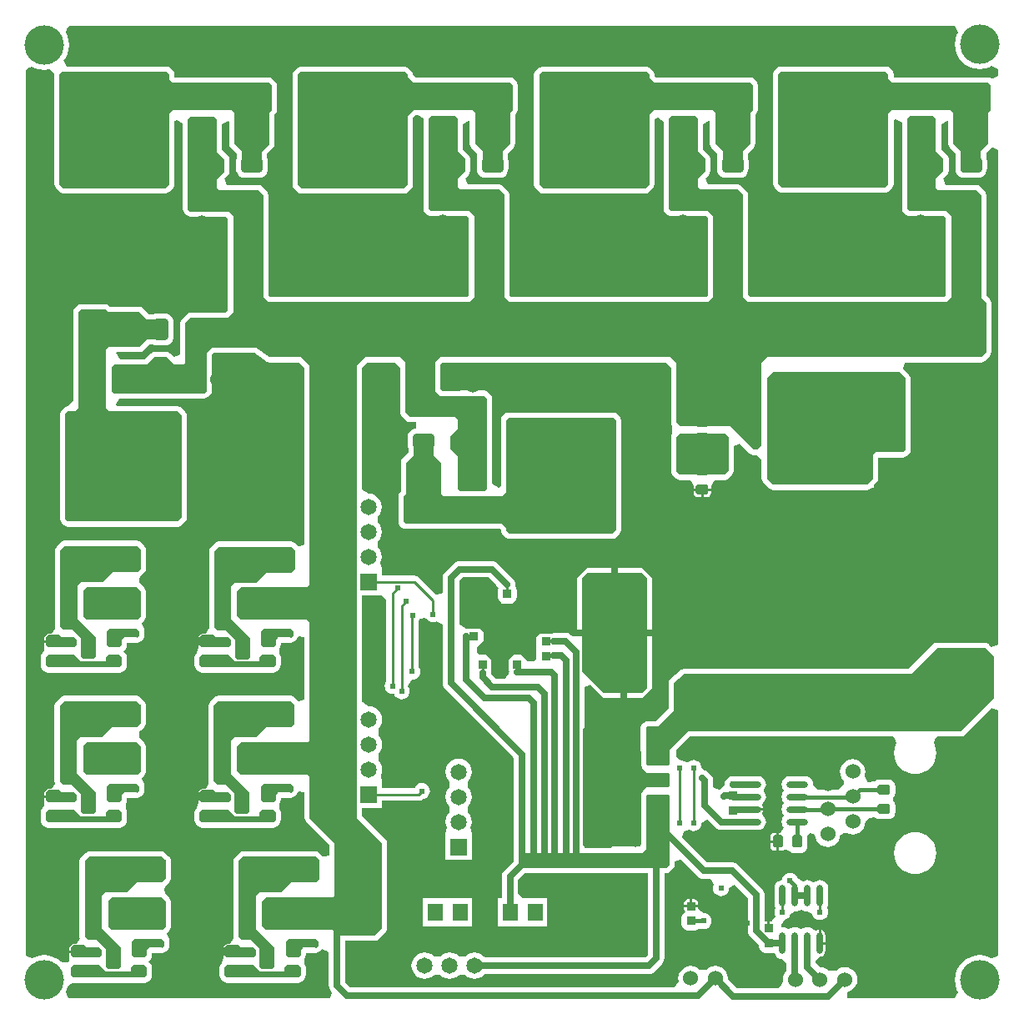
<source format=gbl>
G04*
G04 #@! TF.GenerationSoftware,Altium Limited,Altium Designer,20.1.7 (139)*
G04*
G04 Layer_Physical_Order=2*
G04 Layer_Color=65535*
%FSLAX44Y44*%
%MOMM*%
G71*
G04*
G04 #@! TF.SameCoordinates,741834D1-4314-455D-B734-137E6C24AB52*
G04*
G04*
G04 #@! TF.FilePolarity,Positive*
G04*
G01*
G75*
%ADD11C,0.4064*%
%ADD12C,0.2540*%
G04:AMPARAMS|DCode=23|XSize=1.27mm|YSize=0.95mm|CornerRadius=0.1425mm|HoleSize=0mm|Usage=FLASHONLY|Rotation=0.000|XOffset=0mm|YOffset=0mm|HoleType=Round|Shape=RoundedRectangle|*
%AMROUNDEDRECTD23*
21,1,1.2700,0.6650,0,0,0.0*
21,1,0.9850,0.9500,0,0,0.0*
1,1,0.2850,0.4925,-0.3325*
1,1,0.2850,-0.4925,-0.3325*
1,1,0.2850,-0.4925,0.3325*
1,1,0.2850,0.4925,0.3325*
%
%ADD23ROUNDEDRECTD23*%
G04:AMPARAMS|DCode=37|XSize=1.27mm|YSize=0.95mm|CornerRadius=0.1425mm|HoleSize=0mm|Usage=FLASHONLY|Rotation=90.000|XOffset=0mm|YOffset=0mm|HoleType=Round|Shape=RoundedRectangle|*
%AMROUNDEDRECTD37*
21,1,1.2700,0.6650,0,0,90.0*
21,1,0.9850,0.9500,0,0,90.0*
1,1,0.2850,0.3325,0.4925*
1,1,0.2850,0.3325,-0.4925*
1,1,0.2850,-0.3325,-0.4925*
1,1,0.2850,-0.3325,0.4925*
%
%ADD37ROUNDEDRECTD37*%
%ADD38R,9.3980X10.8204*%
%ADD39R,4.6482X1.3716*%
G04:AMPARAMS|DCode=40|XSize=2.2mm|YSize=1.55mm|CornerRadius=0.3875mm|HoleSize=0mm|Usage=FLASHONLY|Rotation=270.000|XOffset=0mm|YOffset=0mm|HoleType=Round|Shape=RoundedRectangle|*
%AMROUNDEDRECTD40*
21,1,2.2000,0.7750,0,0,270.0*
21,1,1.4250,1.5500,0,0,270.0*
1,1,0.7750,-0.3875,-0.7125*
1,1,0.7750,-0.3875,0.7125*
1,1,0.7750,0.3875,0.7125*
1,1,0.7750,0.3875,-0.7125*
%
%ADD40ROUNDEDRECTD40*%
G04:AMPARAMS|DCode=41|XSize=0.9mm|YSize=0.9mm|CornerRadius=0.135mm|HoleSize=0mm|Usage=FLASHONLY|Rotation=270.000|XOffset=0mm|YOffset=0mm|HoleType=Round|Shape=RoundedRectangle|*
%AMROUNDEDRECTD41*
21,1,0.9000,0.6300,0,0,270.0*
21,1,0.6300,0.9000,0,0,270.0*
1,1,0.2700,-0.3150,-0.3150*
1,1,0.2700,-0.3150,0.3150*
1,1,0.2700,0.3150,0.3150*
1,1,0.2700,0.3150,-0.3150*
%
%ADD41ROUNDEDRECTD41*%
G04:AMPARAMS|DCode=42|XSize=1.27mm|YSize=1.15mm|CornerRadius=0.1725mm|HoleSize=0mm|Usage=FLASHONLY|Rotation=180.000|XOffset=0mm|YOffset=0mm|HoleType=Round|Shape=RoundedRectangle|*
%AMROUNDEDRECTD42*
21,1,1.2700,0.8050,0,0,180.0*
21,1,0.9250,1.1500,0,0,180.0*
1,1,0.3450,-0.4625,0.4025*
1,1,0.3450,0.4625,0.4025*
1,1,0.3450,0.4625,-0.4025*
1,1,0.3450,-0.4625,-0.4025*
%
%ADD42ROUNDEDRECTD42*%
G04:AMPARAMS|DCode=44|XSize=2.7mm|YSize=1.15mm|CornerRadius=0.2875mm|HoleSize=0mm|Usage=FLASHONLY|Rotation=270.000|XOffset=0mm|YOffset=0mm|HoleType=Round|Shape=RoundedRectangle|*
%AMROUNDEDRECTD44*
21,1,2.7000,0.5750,0,0,270.0*
21,1,2.1250,1.1500,0,0,270.0*
1,1,0.5750,-0.2875,-1.0625*
1,1,0.5750,-0.2875,1.0625*
1,1,0.5750,0.2875,1.0625*
1,1,0.5750,0.2875,-1.0625*
%
%ADD44ROUNDEDRECTD44*%
%ADD84C,0.6350*%
%ADD85R,1.6500X1.6500*%
%ADD86C,1.6500*%
%ADD87R,2.5400X2.5400*%
%ADD88R,2.5400X2.5400*%
%ADD89C,1.6510*%
%ADD90R,1.6510X1.6510*%
%ADD91R,1.5240X1.5240*%
%ADD92C,1.5240*%
%ADD93R,3.1000X2.4000*%
%ADD94R,1.5000X1.8000*%
%ADD95R,1.6510X1.6510*%
%ADD96R,1.5240X1.5240*%
%ADD97C,4.0000*%
%ADD98C,0.6096*%
%ADD99C,1.2700*%
%ADD100C,1.3970*%
G04:AMPARAMS|DCode=101|XSize=2.2mm|YSize=1.55mm|CornerRadius=0.3875mm|HoleSize=0mm|Usage=FLASHONLY|Rotation=180.000|XOffset=0mm|YOffset=0mm|HoleType=Round|Shape=RoundedRectangle|*
%AMROUNDEDRECTD101*
21,1,2.2000,0.7750,0,0,180.0*
21,1,1.4250,1.5500,0,0,180.0*
1,1,0.7750,-0.7125,0.3875*
1,1,0.7750,0.7125,0.3875*
1,1,0.7750,0.7125,-0.3875*
1,1,0.7750,-0.7125,-0.3875*
%
%ADD101ROUNDEDRECTD101*%
G04:AMPARAMS|DCode=102|XSize=0.9mm|YSize=0.9mm|CornerRadius=0.135mm|HoleSize=0mm|Usage=FLASHONLY|Rotation=180.000|XOffset=0mm|YOffset=0mm|HoleType=Round|Shape=RoundedRectangle|*
%AMROUNDEDRECTD102*
21,1,0.9000,0.6300,0,0,180.0*
21,1,0.6300,0.9000,0,0,180.0*
1,1,0.2700,-0.3150,0.3150*
1,1,0.2700,0.3150,0.3150*
1,1,0.2700,0.3150,-0.3150*
1,1,0.2700,-0.3150,-0.3150*
%
%ADD102ROUNDEDRECTD102*%
%ADD103O,0.6000X2.2000*%
%ADD104R,2.1500X1.1000*%
%ADD105R,2.1500X1.1000*%
%ADD106R,2.1500X3.5000*%
%ADD107O,2.2000X0.6000*%
%ADD108R,0.9720X0.8020*%
G36*
X2505450Y1201581D02*
X2507614Y1196600D01*
X2506261Y1194068D01*
X2504827Y1189341D01*
X2504343Y1184424D01*
X2504827Y1179507D01*
X2506261Y1174780D01*
X2508590Y1170423D01*
X2511724Y1166604D01*
X2515543Y1163470D01*
X2519900Y1161141D01*
X2524627Y1159707D01*
X2529544Y1159223D01*
X2534460Y1159707D01*
X2539188Y1161141D01*
X2541720Y1162494D01*
X2546701Y1160330D01*
X2548070Y1158968D01*
Y1152506D01*
X2543409Y1150110D01*
X2541720Y1149736D01*
X2540458Y1150579D01*
X2538476Y1150974D01*
X2442832D01*
X2442056Y1151749D01*
Y1154176D01*
X2441661Y1156158D01*
X2440538Y1157839D01*
X2437999Y1160378D01*
X2436318Y1161501D01*
X2434336Y1161896D01*
X2327656D01*
X2325674Y1161501D01*
X2323994Y1160378D01*
X2321454Y1157839D01*
X2320331Y1156158D01*
X2319937Y1154176D01*
Y1042416D01*
X2320331Y1040434D01*
X2321454Y1038754D01*
X2325264Y1034943D01*
X2326944Y1033821D01*
X2328926Y1033427D01*
X2433066D01*
X2435048Y1033821D01*
X2436729Y1034943D01*
X2440538Y1038754D01*
X2441661Y1040434D01*
X2442056Y1042416D01*
Y1107163D01*
X2444397Y1108409D01*
X2450746Y1104594D01*
Y1017524D01*
X2451141Y1015542D01*
X2452263Y1013861D01*
X2454803Y1011321D01*
X2456484Y1010199D01*
X2458466Y1009805D01*
X2479289D01*
X2493235Y1009791D01*
X2495284Y1007743D01*
Y929484D01*
X2493507Y927708D01*
X2296453D01*
X2294408Y929753D01*
Y1031748D01*
X2294013Y1033730D01*
X2292890Y1035411D01*
X2287811Y1040490D01*
X2286130Y1041613D01*
X2284148Y1042008D01*
X2253383Y1042008D01*
X2250753Y1048357D01*
X2254357Y1051962D01*
X2255479Y1053642D01*
X2255874Y1055624D01*
Y1068324D01*
X2255479Y1070306D01*
X2254357Y1071986D01*
X2248253Y1078089D01*
Y1103063D01*
X2254603Y1106877D01*
X2255674Y1106307D01*
Y1083595D01*
X2256069Y1081613D01*
X2257191Y1079933D01*
X2263295Y1073830D01*
Y1068983D01*
X2262964Y1068187D01*
X2262657Y1065849D01*
Y1058099D01*
X2262964Y1055761D01*
X2263867Y1053583D01*
X2265302Y1051712D01*
X2267173Y1050277D01*
X2269351Y1049374D01*
X2271689Y1049067D01*
X2285939D01*
X2288277Y1049374D01*
X2290455Y1050277D01*
X2292326Y1051712D01*
X2293761Y1053583D01*
X2294664Y1055761D01*
X2294971Y1058099D01*
Y1065849D01*
X2294664Y1068187D01*
X2293974Y1069853D01*
Y1073799D01*
X2300076Y1079902D01*
X2301199Y1081582D01*
X2301593Y1083564D01*
Y1113169D01*
X2302616Y1114192D01*
X2303739Y1115872D01*
X2304133Y1117854D01*
Y1143254D01*
X2303739Y1145236D01*
X2302616Y1146917D01*
X2300076Y1149456D01*
X2298396Y1150579D01*
X2296414Y1150974D01*
X2200770D01*
X2199158Y1152586D01*
Y1153668D01*
X2198763Y1155650D01*
X2197641Y1157330D01*
X2195101Y1159871D01*
X2193420Y1160993D01*
X2191438Y1161387D01*
X2084758D01*
X2082776Y1160993D01*
X2081095Y1159871D01*
X2078555Y1157330D01*
X2077433Y1155650D01*
X2077039Y1153668D01*
Y1041908D01*
X2077433Y1039926D01*
X2078555Y1038245D01*
X2082366Y1034436D01*
X2084046Y1033313D01*
X2086028Y1032918D01*
X2190168D01*
X2192150Y1033313D01*
X2193831Y1034436D01*
X2197641Y1038245D01*
X2198763Y1039926D01*
X2199158Y1041908D01*
Y1108121D01*
X2202677Y1109790D01*
X2208685Y1105914D01*
Y1017524D01*
X2209079Y1015542D01*
X2210202Y1013861D01*
X2212742Y1011321D01*
X2214422Y1010199D01*
X2216404Y1009805D01*
X2237487D01*
X2251790Y1009791D01*
X2253569Y1008013D01*
Y929753D01*
X2251523Y927708D01*
X2053883D01*
X2051837Y929753D01*
Y1031748D01*
X2051443Y1033730D01*
X2050320Y1035411D01*
X2045240Y1040490D01*
X2043560Y1041613D01*
X2041578Y1042008D01*
X2009543Y1042008D01*
X2006913Y1048357D01*
X2010517Y1051962D01*
X2011639Y1053642D01*
X2012034Y1055624D01*
Y1068324D01*
X2011639Y1070306D01*
X2010517Y1071986D01*
X2004413Y1078089D01*
Y1103063D01*
X2010764Y1106877D01*
X2011835Y1106307D01*
Y1083595D01*
X2012229Y1081613D01*
X2013351Y1079933D01*
X2019454Y1073830D01*
Y1068983D01*
X2019124Y1068187D01*
X2018817Y1065849D01*
Y1058099D01*
X2019124Y1055761D01*
X2020027Y1053583D01*
X2021462Y1051712D01*
X2023333Y1050277D01*
X2025511Y1049374D01*
X2027849Y1049067D01*
X2042099D01*
X2044437Y1049374D01*
X2046615Y1050277D01*
X2048486Y1051712D01*
X2049921Y1053583D01*
X2050824Y1055761D01*
X2051131Y1058099D01*
Y1065849D01*
X2050824Y1068187D01*
X2050134Y1069853D01*
Y1073799D01*
X2056237Y1079902D01*
X2057359Y1081582D01*
X2057753Y1083564D01*
Y1113169D01*
X2058777Y1114192D01*
X2059899Y1115872D01*
X2060293Y1117854D01*
Y1143254D01*
X2059899Y1145236D01*
X2058777Y1146917D01*
X2056237Y1149456D01*
X2054556Y1150579D01*
X2052574Y1150974D01*
X1956929D01*
X1954001Y1153902D01*
X1953653Y1155650D01*
X1952531Y1157330D01*
X1949991Y1159871D01*
X1948310Y1160993D01*
X1946328Y1161387D01*
X1839648D01*
X1837666Y1160993D01*
X1835986Y1159871D01*
X1833445Y1157330D01*
X1832323Y1155650D01*
X1831929Y1153668D01*
Y1041908D01*
X1832323Y1039926D01*
X1833445Y1038245D01*
X1837256Y1034436D01*
X1838936Y1033313D01*
X1840918Y1032918D01*
X1945058D01*
X1947040Y1033313D01*
X1948721Y1034436D01*
X1952531Y1038245D01*
X1953653Y1039926D01*
X1954048Y1041908D01*
Y1109793D01*
X1956929Y1112674D01*
X1959338D01*
X1964845Y1108964D01*
Y1017524D01*
X1965239Y1015542D01*
X1966362Y1013861D01*
X1968902Y1011321D01*
X1970582Y1010199D01*
X1972564Y1009805D01*
X1997108D01*
X2009218Y1009793D01*
X2010999Y1008013D01*
Y929753D01*
X2008953Y927708D01*
X1809188D01*
X1807142Y929753D01*
X1807142Y1031478D01*
X1806748Y1033460D01*
X1805625Y1035141D01*
X1800546Y1040221D01*
X1798865Y1041344D01*
X1796883Y1041738D01*
X1765179D01*
X1762549Y1048088D01*
X1766169Y1051708D01*
X1767291Y1053388D01*
X1767686Y1055370D01*
Y1068070D01*
X1767291Y1070052D01*
X1766169Y1071732D01*
X1760065Y1077835D01*
Y1102809D01*
X1766416Y1106623D01*
X1767487Y1106053D01*
Y1083341D01*
X1767881Y1081359D01*
X1769003Y1079679D01*
X1775107Y1073576D01*
Y1068729D01*
X1774776Y1067933D01*
X1774469Y1065595D01*
Y1057845D01*
X1774776Y1055507D01*
X1775679Y1053329D01*
X1777114Y1051458D01*
X1778985Y1050023D01*
X1781163Y1049120D01*
X1783501Y1048813D01*
X1797751D01*
X1800089Y1049120D01*
X1802267Y1050023D01*
X1804138Y1051458D01*
X1805573Y1053329D01*
X1806476Y1055507D01*
X1806783Y1057845D01*
Y1065595D01*
X1806476Y1067933D01*
X1805786Y1069598D01*
Y1073545D01*
X1811888Y1079648D01*
X1813011Y1081328D01*
X1813405Y1083310D01*
Y1112915D01*
X1814429Y1113938D01*
X1815551Y1115618D01*
X1815945Y1117600D01*
Y1143000D01*
X1815551Y1144982D01*
X1814429Y1146663D01*
X1811888Y1149202D01*
X1810208Y1150325D01*
X1808226Y1150720D01*
X1712581D01*
X1712059Y1151242D01*
Y1153922D01*
X1711665Y1155904D01*
X1710542Y1157585D01*
X1708002Y1160125D01*
X1706322Y1161247D01*
X1704340Y1161641D01*
X1602328D01*
X1599482Y1167991D01*
X1600834Y1169639D01*
X1603163Y1173996D01*
X1604597Y1178723D01*
X1605081Y1183640D01*
X1604597Y1188557D01*
X1603163Y1193284D01*
X1601391Y1196600D01*
X1602611Y1200086D01*
X1604692Y1202950D01*
X2504088D01*
X2505450Y1201581D01*
D02*
G37*
G36*
X2436876Y1154176D02*
Y1149604D01*
X2440686Y1145794D01*
X2538476D01*
X2541016Y1143254D01*
Y1117854D01*
X2538476Y1115314D01*
Y1083564D01*
X2530856Y1075944D01*
Y1056894D01*
X2528316Y1054354D01*
X2513076D01*
X2510536Y1056894D01*
Y1075975D01*
X2502916Y1083595D01*
Y1115314D01*
X2500376Y1117854D01*
X2440686D01*
X2436876Y1114044D01*
Y1042416D01*
X2433066Y1038606D01*
X2328926D01*
X2325116Y1042416D01*
Y1154176D01*
X2327656Y1156716D01*
X2434336D01*
X2436876Y1154176D01*
D02*
G37*
G36*
X2193978Y1153668D02*
Y1150440D01*
X2198624Y1145794D01*
X2296414D01*
X2298954Y1143254D01*
Y1117854D01*
X2296414Y1115314D01*
Y1083564D01*
X2288794Y1075944D01*
Y1056894D01*
X2286254Y1054354D01*
X2271014D01*
X2268474Y1056894D01*
Y1075975D01*
X2260854Y1083595D01*
Y1115314D01*
X2258314Y1117854D01*
X2198624D01*
X2193978Y1113208D01*
Y1041908D01*
X2190168Y1038098D01*
X2086028D01*
X2082218Y1041908D01*
Y1153668D01*
X2084758Y1156208D01*
X2191438D01*
X2193978Y1153668D01*
D02*
G37*
G36*
X1948868D02*
Y1151710D01*
X1954784Y1145794D01*
X2052574D01*
X2055114Y1143254D01*
Y1117854D01*
X2052574Y1115314D01*
Y1083564D01*
X2044954Y1075944D01*
Y1056894D01*
X2042414Y1054354D01*
X2027174D01*
X2024634Y1056894D01*
Y1075975D01*
X2017014Y1083595D01*
Y1115314D01*
X2014474Y1117854D01*
X1954784D01*
X1948868Y1111938D01*
Y1041908D01*
X1945058Y1038098D01*
X1840918D01*
X1837108Y1041908D01*
Y1153668D01*
X1839648Y1156208D01*
X1946328D01*
X1948868Y1153668D01*
D02*
G37*
G36*
X1706880Y1153922D02*
Y1149096D01*
X1710436Y1145540D01*
X1808226D01*
X1810766Y1143000D01*
Y1117600D01*
X1808226Y1115060D01*
Y1083310D01*
X1800606Y1075690D01*
Y1056640D01*
X1798066Y1054100D01*
X1782826D01*
X1780286Y1056640D01*
Y1075721D01*
X1772666Y1083341D01*
Y1115060D01*
X1770126Y1117600D01*
X1710436D01*
X1706880Y1114044D01*
Y1042162D01*
X1703070Y1038352D01*
X1598930D01*
X1595120Y1042162D01*
Y1153922D01*
X1597660Y1156462D01*
X1704340D01*
X1706880Y1153922D01*
D02*
G37*
G36*
X2485136Y1108964D02*
Y1075944D01*
X2492756Y1068324D01*
Y1055624D01*
X2485136Y1048004D01*
Y1039114D01*
X2487692Y1036558D01*
X2525863Y1036558D01*
X2530943Y1031478D01*
Y927338D01*
X2536190Y922091D01*
Y917178D01*
Y871728D01*
X2531110Y866648D01*
X2314092Y866648D01*
X2307590Y861229D01*
Y841873D01*
Y776478D01*
X2303780Y772668D01*
X2299970D01*
X2275840Y796798D01*
X2225040D01*
X2221230Y800608D01*
Y843026D01*
X2221230D01*
Y860806D01*
X2215388Y866648D01*
X1981528Y866648D01*
X1976448Y861568D01*
X1976448Y832612D01*
X1981528Y827532D01*
X2002102Y827512D01*
X2002122Y827532D01*
X2002122Y827532D01*
X2026666D01*
X2029206Y824992D01*
Y733552D01*
X2026666Y731012D01*
X2002536D01*
X1999996Y733552D01*
Y766541D01*
X1992376Y774161D01*
Y786892D01*
X1999996Y794512D01*
Y803910D01*
X1999996Y803910D01*
X1997202Y805942D01*
X1951048D01*
X1945968Y811022D01*
X1945968Y861568D01*
X1940888Y866648D01*
X1905762D01*
X1897380Y858266D01*
X1897380Y398780D01*
X1922780Y373380D01*
X1922780Y287020D01*
X1915160Y279400D01*
X1877822Y279400D01*
X1874520Y282702D01*
Y282702D01*
X1872234Y284988D01*
X1804670D01*
X1800860Y288798D01*
Y314198D01*
X1804670Y318008D01*
X1872234D01*
X1874520Y320294D01*
X1874520Y373380D01*
X1854200Y393700D01*
X1849120Y398780D01*
Y440182D01*
X1846834Y442468D01*
X1779270D01*
X1775460Y446278D01*
Y471678D01*
X1779270Y475488D01*
X1846834D01*
X1849120Y477774D01*
Y597408D01*
X1846580Y599948D01*
X1779270D01*
X1775460Y603758D01*
Y629158D01*
X1779270Y632968D01*
X1846580D01*
X1849120Y635508D01*
Y858266D01*
X1840738Y866648D01*
X1807972D01*
X1795018Y876370D01*
X1749806D01*
X1744726Y871290D01*
Y857187D01*
X1744757Y857156D01*
Y832612D01*
X1742217Y830072D01*
X1650777D01*
X1648237Y832612D01*
Y856742D01*
X1650777Y859282D01*
X1683797D01*
X1691417Y866902D01*
X1704117D01*
X1711737Y859282D01*
X1721358D01*
X1723136Y861060D01*
Y901770D01*
X1728216Y906850D01*
X1766464Y906850D01*
X1771483Y912622D01*
X1771483Y1009888D01*
X1766658Y1014714D01*
X1750050Y1014730D01*
X1728216D01*
X1725676Y1017270D01*
Y1108710D01*
X1728216Y1111250D01*
X1752346D01*
X1754886Y1108710D01*
Y1075690D01*
X1762506Y1068070D01*
Y1055370D01*
X1754886Y1047750D01*
Y1038844D01*
X1757172Y1036558D01*
X1796883D01*
X1801963Y1031478D01*
X1801963Y927608D01*
X1807043Y922528D01*
Y922361D01*
X1807210Y922528D01*
X2011098D01*
X2016178Y927608D01*
Y1010158D01*
X2011366Y1014970D01*
X1997108Y1014984D01*
D01*
X1972564D01*
X1970024Y1017524D01*
Y1108964D01*
X1972564Y1111504D01*
X1996694D01*
X1999234Y1108964D01*
Y1075944D01*
X2006854Y1068324D01*
Y1055624D01*
X1999234Y1048004D01*
Y1039876D01*
X2002282Y1036828D01*
X2041578Y1036828D01*
X2046658Y1031748D01*
Y927608D01*
X2051738Y922528D01*
X2253668D01*
X2258748Y927608D01*
Y1010158D01*
X2253938Y1014968D01*
X2237492Y1014984D01*
X2216404D01*
X2213864Y1017524D01*
Y1108964D01*
X2216404Y1111504D01*
X2240534D01*
X2243074Y1108964D01*
Y1075944D01*
X2250694Y1068324D01*
Y1055624D01*
X2243074Y1048004D01*
Y1039622D01*
X2245868Y1036828D01*
X2284148Y1036828D01*
X2289228Y1031748D01*
Y927608D01*
X2294308Y922528D01*
X2495653D01*
X2500463Y927338D01*
Y1009888D01*
X2495383Y1014968D01*
X2479294Y1014984D01*
X2458466D01*
X2455926Y1017524D01*
Y1108964D01*
X2458466Y1111504D01*
X2482596D01*
X2485136Y1108964D01*
D02*
G37*
G36*
X1570236Y1160357D02*
X1574963Y1158923D01*
X1579880Y1158439D01*
X1584797Y1158923D01*
X1584964Y1158974D01*
X1586119Y1158314D01*
X1589940Y1153922D01*
Y1042162D01*
X1590335Y1040180D01*
X1591458Y1038500D01*
X1595267Y1034689D01*
X1596948Y1033567D01*
X1598930Y1033173D01*
X1703070D01*
X1705052Y1033567D01*
X1706732Y1034689D01*
X1710542Y1038500D01*
X1711665Y1040180D01*
X1712059Y1042162D01*
Y1106738D01*
X1714147Y1107848D01*
X1720497Y1104034D01*
Y1017270D01*
X1720891Y1015288D01*
X1722014Y1013607D01*
X1724554Y1011068D01*
X1726234Y1009945D01*
X1728216Y1009550D01*
X1750045D01*
X1764510Y1009536D01*
X1766304Y1007743D01*
X1766304Y914559D01*
X1764104Y912030D01*
X1728216Y912029D01*
X1726234Y911635D01*
X1724554Y910512D01*
X1719474Y905433D01*
X1718351Y903752D01*
X1717957Y901770D01*
Y869368D01*
X1711606Y866738D01*
X1707780Y870564D01*
X1706099Y871687D01*
X1704117Y872082D01*
X1691417D01*
X1689435Y871687D01*
X1687755Y870564D01*
X1681652Y864462D01*
X1656543D01*
X1652816Y870811D01*
X1653531Y872094D01*
X1676369D01*
X1678351Y872488D01*
X1680031Y873611D01*
X1686134Y879714D01*
X1690471D01*
X1691777Y879173D01*
X1694115Y878865D01*
X1701865D01*
X1704203Y879173D01*
X1706381Y880075D01*
X1708252Y881510D01*
X1709687Y883381D01*
X1710589Y885559D01*
X1710897Y887897D01*
Y902147D01*
X1710589Y904485D01*
X1709687Y906663D01*
X1708252Y908534D01*
X1706381Y909969D01*
X1704203Y910872D01*
X1701865Y911179D01*
X1694115D01*
X1691777Y910872D01*
X1690621Y910393D01*
X1686165D01*
X1680063Y916496D01*
X1678382Y917618D01*
X1676400Y918012D01*
X1646795D01*
X1645773Y919035D01*
X1644092Y920158D01*
X1642110Y920553D01*
X1616710D01*
X1614728Y920158D01*
X1613047Y919035D01*
X1610508Y916496D01*
X1609385Y914815D01*
X1608990Y912833D01*
X1608990Y822947D01*
X1603756Y816779D01*
X1601774Y816385D01*
X1600094Y815263D01*
X1597554Y812722D01*
X1596431Y811042D01*
X1596037Y809060D01*
Y702380D01*
X1596431Y700398D01*
X1597554Y698718D01*
X1600094Y696178D01*
X1601774Y695055D01*
X1603756Y694660D01*
X1715516D01*
X1717498Y695055D01*
X1719178Y696178D01*
X1722988Y699988D01*
X1724111Y701668D01*
X1724505Y703650D01*
Y807790D01*
X1724111Y809772D01*
X1722988Y811452D01*
X1719178Y815263D01*
X1717498Y816385D01*
X1715516Y816779D01*
X1653234D01*
X1652250Y818542D01*
X1655978Y824893D01*
X1742217D01*
X1744199Y825287D01*
X1745880Y826410D01*
X1748420Y828950D01*
X1749543Y830630D01*
X1749937Y832612D01*
Y857156D01*
X1749906Y857313D01*
Y869145D01*
X1751951Y871190D01*
X1793291D01*
X1804863Y862505D01*
X1805413Y862241D01*
X1805914Y861895D01*
X1805955Y861886D01*
X1805990Y861863D01*
X1806352Y861791D01*
X1806685Y861631D01*
X1807294Y861598D01*
X1807890Y861469D01*
X1807931Y861477D01*
X1807972Y861468D01*
X1838593D01*
X1843940Y856121D01*
Y676647D01*
X1839437Y674832D01*
X1837590Y674445D01*
X1837487Y674514D01*
X1833969Y678033D01*
X1832288Y679155D01*
X1830306Y679549D01*
X1756682D01*
X1756682Y679549D01*
X1754700Y679155D01*
X1753020Y678033D01*
X1753020Y678032D01*
X1748448Y673460D01*
X1747325Y671780D01*
X1746931Y669798D01*
X1746931Y592582D01*
X1747063Y591916D01*
X1744650Y587449D01*
X1743051Y585566D01*
X1740055D01*
X1738508Y585258D01*
X1737196Y584382D01*
X1736320Y583070D01*
X1736012Y581523D01*
Y579468D01*
X1737360D01*
Y582168D01*
X1739900Y584708D01*
X1751330D01*
X1753870Y582168D01*
X1766490D01*
X1769030Y579628D01*
X1769110D01*
Y574548D01*
X1766570Y572008D01*
X1739900D01*
X1737360Y574548D01*
Y576928D01*
X1736012D01*
Y574873D01*
X1736116Y574350D01*
X1736163Y571929D01*
X1736163Y571928D01*
Y571928D01*
X1735860Y569231D01*
X1734420Y566233D01*
X1733698Y565510D01*
X1732575Y563830D01*
X1732180Y561848D01*
Y554228D01*
X1732575Y552246D01*
X1733698Y550565D01*
X1736237Y548026D01*
X1737918Y546903D01*
X1739900Y546508D01*
X1812290D01*
X1814272Y546903D01*
X1815952Y548026D01*
X1818492Y550565D01*
X1819615Y552246D01*
X1820009Y554228D01*
Y561848D01*
X1819615Y563830D01*
X1818492Y565510D01*
Y570886D01*
X1819615Y572566D01*
X1820009Y574548D01*
Y576988D01*
X1828793D01*
X1830070Y576735D01*
X1832052Y577129D01*
X1833732Y578251D01*
X1836272Y580792D01*
X1837395Y582472D01*
X1837590Y583453D01*
X1843940Y582828D01*
Y519285D01*
X1837590Y517406D01*
X1837525Y517505D01*
X1837088Y517797D01*
X1833569Y521315D01*
X1831889Y522437D01*
X1829907Y522831D01*
X1756283D01*
X1754301Y522437D01*
X1752621Y521315D01*
X1752621Y521314D01*
X1748049Y516743D01*
X1746926Y515062D01*
X1746532Y513080D01*
X1746532Y435864D01*
X1746816Y434436D01*
X1746690Y433465D01*
X1743649Y428086D01*
X1740055D01*
X1738508Y427778D01*
X1737196Y426902D01*
X1736320Y425590D01*
X1736012Y424043D01*
Y421988D01*
X1737360D01*
Y424688D01*
X1739900Y427228D01*
X1751330D01*
X1753870Y424688D01*
X1766490D01*
X1769030Y422148D01*
X1769110D01*
Y417068D01*
X1766570Y414528D01*
X1739900D01*
X1737360Y417068D01*
Y419448D01*
X1736012D01*
Y417393D01*
X1736116Y416870D01*
X1736163Y414449D01*
X1735860Y411751D01*
X1734420Y408753D01*
X1733698Y408031D01*
X1732575Y406350D01*
X1732180Y404368D01*
Y396748D01*
X1732575Y394766D01*
X1733698Y393086D01*
X1736237Y390546D01*
X1737918Y389423D01*
X1739900Y389029D01*
X1812290D01*
X1814272Y389423D01*
X1815952Y390546D01*
X1818492Y393086D01*
X1819615Y394766D01*
X1820009Y396748D01*
Y404368D01*
X1819615Y406350D01*
X1818492Y408031D01*
Y413405D01*
X1819615Y415086D01*
X1820009Y417068D01*
Y419509D01*
X1828793D01*
X1830070Y419254D01*
X1832052Y419649D01*
X1833732Y420771D01*
X1836272Y423312D01*
X1837395Y424992D01*
X1837590Y425973D01*
X1843940Y425348D01*
Y398780D01*
X1843940Y398780D01*
X1844335Y396798D01*
X1845457Y395117D01*
X1850538Y390037D01*
X1850538Y390037D01*
X1869341Y371235D01*
X1869341Y360912D01*
X1862991Y359482D01*
X1862798Y359771D01*
X1862361Y360062D01*
X1858842Y363581D01*
X1857162Y364703D01*
X1855180Y365098D01*
X1781556D01*
X1779574Y364703D01*
X1777894Y363581D01*
X1777894Y363580D01*
X1773322Y359008D01*
X1772199Y357328D01*
X1771805Y355346D01*
X1771805Y278130D01*
X1772038Y276956D01*
X1771375Y274899D01*
X1768542Y270606D01*
X1765455D01*
X1763908Y270298D01*
X1762596Y269422D01*
X1761720Y268110D01*
X1761412Y266563D01*
Y264508D01*
X1762760D01*
Y267208D01*
X1765300Y269748D01*
X1776730D01*
X1779270Y267208D01*
X1791890D01*
X1794430Y264668D01*
X1794510D01*
Y259588D01*
X1791970Y257048D01*
X1765300D01*
X1762760Y259588D01*
Y261968D01*
X1761412D01*
Y259913D01*
X1761516Y259390D01*
X1761563Y256969D01*
X1761563Y256968D01*
Y256968D01*
X1761260Y254271D01*
X1759820Y251273D01*
X1759097Y250550D01*
X1757975Y248870D01*
X1757581Y246888D01*
Y239268D01*
X1757975Y237286D01*
X1759097Y235606D01*
X1761638Y233065D01*
X1763318Y231943D01*
X1765300Y231549D01*
X1837690D01*
X1839672Y231943D01*
X1841353Y233065D01*
X1843893Y235606D01*
X1845015Y237286D01*
X1845410Y239268D01*
Y246888D01*
X1845015Y248870D01*
X1843893Y250550D01*
Y255926D01*
X1845015Y257606D01*
X1845410Y259588D01*
Y262029D01*
X1854193D01*
X1855470Y261775D01*
X1857452Y262169D01*
X1859133Y263291D01*
X1861673Y265832D01*
X1867659Y263361D01*
X1868734Y262567D01*
Y228600D01*
X1868876Y227523D01*
X1869017Y226445D01*
X1869849Y224437D01*
X1871172Y222712D01*
X1872120Y221765D01*
X1869690Y215898D01*
X1605000D01*
X1603638Y217267D01*
X1601474Y222248D01*
X1602827Y224780D01*
X1603429Y226764D01*
X1605857Y230182D01*
X1609090Y231549D01*
X1681480D01*
X1683462Y231943D01*
X1685143Y233065D01*
X1687682Y235606D01*
X1688805Y237286D01*
X1689200Y239268D01*
Y246888D01*
X1688805Y248870D01*
X1687682Y250550D01*
X1685275Y253238D01*
X1687682Y255926D01*
X1688805Y257606D01*
X1689200Y259588D01*
Y262029D01*
X1697983D01*
X1699260Y261775D01*
X1701242Y262169D01*
X1702923Y263291D01*
X1705462Y265832D01*
X1706585Y267512D01*
X1706980Y269494D01*
Y273558D01*
X1706585Y275540D01*
X1706467Y275717D01*
X1703724Y280784D01*
X1706729Y284624D01*
X1706732Y284627D01*
X1707855Y286308D01*
X1708250Y288290D01*
Y314198D01*
X1707855Y316180D01*
X1706732Y317861D01*
X1702923Y321670D01*
X1702170Y322173D01*
X1701660Y325628D01*
X1702170Y329083D01*
X1702923Y329585D01*
X1706732Y333396D01*
X1707855Y335076D01*
X1708250Y337058D01*
X1708105Y337787D01*
Y356108D01*
X1707710Y358090D01*
X1706588Y359771D01*
X1706151Y360062D01*
X1702632Y363581D01*
X1700952Y364703D01*
X1698970Y365098D01*
X1625346D01*
X1623364Y364703D01*
X1621684Y363581D01*
X1617112Y359008D01*
X1615989Y357328D01*
X1615594Y355346D01*
X1615594Y278130D01*
X1615828Y276956D01*
X1615165Y274899D01*
X1612332Y270606D01*
X1609245D01*
X1607698Y270298D01*
X1606386Y269422D01*
X1605510Y268110D01*
X1605202Y266563D01*
Y264508D01*
X1606550D01*
Y267208D01*
X1609090Y269748D01*
X1620520D01*
X1623060Y267208D01*
X1635680D01*
X1638220Y264668D01*
X1638300D01*
Y259588D01*
X1635760Y257048D01*
X1609090D01*
X1606550Y259588D01*
Y261968D01*
X1605202D01*
Y259913D01*
X1605306Y259390D01*
X1605353Y256968D01*
X1605050Y254271D01*
X1604312Y252734D01*
X1598044Y252292D01*
X1596730Y252764D01*
X1593545Y255378D01*
X1589188Y257707D01*
X1584461Y259141D01*
X1579544Y259625D01*
X1574628Y259141D01*
X1569900Y257707D01*
X1567368Y256354D01*
X1562387Y258518D01*
X1561018Y259880D01*
Y1158460D01*
X1562930Y1160122D01*
X1567368Y1161890D01*
X1570236Y1160357D01*
D02*
G37*
G36*
X2274570Y785368D02*
Y751078D01*
X2270760Y747268D01*
X2225040D01*
X2221230Y751078D01*
Y785368D01*
X2225040Y789178D01*
X2270760D01*
X2274570Y785368D01*
D02*
G37*
G36*
X2454275Y845058D02*
Y772668D01*
X2451735Y770128D01*
X2423795D01*
X2421255Y767588D01*
Y743458D01*
X2414905Y737108D01*
X2319655D01*
X2313305Y743458D01*
Y845058D01*
X2319655Y851408D01*
X2447925D01*
X2454275Y845058D01*
D02*
G37*
G36*
X2497737Y1106307D02*
Y1083595D01*
X2498131Y1081613D01*
X2499254Y1079933D01*
X2505356Y1073830D01*
Y1068983D01*
X2505027Y1068187D01*
X2504719Y1065849D01*
Y1058099D01*
X2505027Y1055761D01*
X2505929Y1053583D01*
X2507364Y1051712D01*
X2509235Y1050277D01*
X2511413Y1049374D01*
X2513751Y1049067D01*
X2528001D01*
X2530339Y1049374D01*
X2532517Y1050277D01*
X2534388Y1051712D01*
X2535823Y1053583D01*
X2536725Y1055761D01*
X2537033Y1058099D01*
Y1065849D01*
X2536725Y1068187D01*
X2536035Y1069853D01*
Y1073799D01*
X2541720Y1079483D01*
X2543497Y1079317D01*
X2548070Y1077348D01*
Y575021D01*
X2541720Y572459D01*
X2538985Y575295D01*
X2538945Y575322D01*
X2538919Y575362D01*
X2538117Y575898D01*
X2537325Y576448D01*
X2537278Y576459D01*
X2537238Y576485D01*
X2536293Y576673D01*
X2535350Y576879D01*
X2535303Y576870D01*
X2535256Y576879D01*
X2486152Y576880D01*
X2484170Y576485D01*
X2482489Y575362D01*
X2457664Y550537D01*
X2230068D01*
X2229303Y550385D01*
X2228527Y550303D01*
X2228318Y550190D01*
X2228086Y550143D01*
X2227437Y549710D01*
X2226752Y549337D01*
X2215360Y539844D01*
X2215211Y539659D01*
X2215014Y539527D01*
X2214580Y538879D01*
X2214090Y538272D01*
X2214023Y538044D01*
X2213891Y537847D01*
X2213739Y537082D01*
X2213518Y536334D01*
X2213543Y536098D01*
X2213497Y535865D01*
X2213497Y510144D01*
X2200404Y497051D01*
X2192020D01*
X2192020Y497051D01*
X2190038Y496656D01*
X2188358Y495533D01*
X2187088Y494263D01*
X2185965Y492583D01*
X2185007Y490121D01*
X2185416Y489712D01*
X2185416Y467364D01*
X2185571Y466810D01*
Y455366D01*
X2185570Y453771D01*
X2185570Y453771D01*
X2185571Y453771D01*
X2185965Y451789D01*
X2186367Y451188D01*
X2186870Y449554D01*
X2187249Y448763D01*
X2191258Y444754D01*
X2213356D01*
X2214626Y443484D01*
Y431292D01*
X2213356Y430022D01*
X2191258D01*
X2187486Y426250D01*
X2187195Y425557D01*
X2186252Y424052D01*
X2185965Y423622D01*
X2185571Y421640D01*
Y374650D01*
Y371882D01*
X2185416Y371809D01*
Y371094D01*
X2184146Y369824D01*
X2181225D01*
X2179901Y369197D01*
X2179819Y369256D01*
X2179412Y369824D01*
X2156336D01*
X2155929Y369256D01*
X2154735Y368400D01*
X2127956D01*
Y370134D01*
X2126996Y371094D01*
Y489204D01*
X2127956Y490164D01*
Y532017D01*
X2133823Y534447D01*
X2147570Y520700D01*
X2186940D01*
X2186940Y520700D01*
X2197100Y530860D01*
X2197100D01*
Y642620D01*
X2186940Y652780D01*
X2131060D01*
X2120900Y642620D01*
Y586492D01*
X2116897Y584833D01*
X2114550Y584513D01*
X2112963Y585731D01*
X2110954Y586563D01*
X2109877Y586705D01*
X2108799Y586847D01*
X2096920D01*
X2096283Y586763D01*
X2096276Y586767D01*
X2095650Y586141D01*
X2082950D01*
X2079140Y582331D01*
Y560741D01*
X2076600Y558201D01*
X2070250D01*
X2063900Y564551D01*
X2056280D01*
X2051200Y559471D01*
Y548377D01*
X2051761Y547538D01*
X2051644Y546651D01*
X2051200Y545989D01*
Y545501D01*
X2050203Y544503D01*
X2048313Y541687D01*
X2046728Y540456D01*
X2037989D01*
X2033296Y545149D01*
Y546331D01*
X2033203Y547038D01*
X2033420Y547363D01*
Y559471D01*
X2028340Y564551D01*
X2021990D01*
X2019450Y567091D01*
Y572171D01*
X2025800Y578521D01*
Y587411D01*
X2021990Y591221D01*
X2021870Y591101D01*
X2008140D01*
X2007396Y591845D01*
X2007306Y591833D01*
X2002796Y594496D01*
X2000956Y596207D01*
Y639171D01*
X2004969Y643184D01*
X2030642D01*
X2034345Y639481D01*
X2034690D01*
X2038500Y635671D01*
Y635326D01*
X2041037Y632789D01*
X2040723Y632319D01*
X2040224Y629811D01*
Y623511D01*
X2040723Y621002D01*
X2042144Y618875D01*
X2043879Y617716D01*
X2043976Y617615D01*
Y617615D01*
X2043311Y616621D01*
X2056549D01*
X2055885Y617615D01*
Y617615D01*
X2055981Y617716D01*
X2057716Y618875D01*
X2059137Y621002D01*
X2059636Y623511D01*
Y629811D01*
X2059137Y632319D01*
X2058033Y633972D01*
X2058256Y635671D01*
X2057973Y637826D01*
X2057141Y639834D01*
X2055818Y641558D01*
X2039978Y657398D01*
X2038254Y658721D01*
X2036246Y659553D01*
X2035168Y659694D01*
X2034091Y659836D01*
X2001520D01*
X1999365Y659553D01*
X1997357Y658721D01*
X1995632Y657398D01*
X1986743Y648508D01*
X1985419Y646783D01*
X1984588Y644775D01*
X1984446Y643698D01*
X1984304Y642620D01*
Y627712D01*
X1982738Y626605D01*
X1977954Y625304D01*
X1960124Y643134D01*
X1958024Y644538D01*
X1955546Y645030D01*
X1922399D01*
Y651891D01*
X1922399D01*
X1921131Y658241D01*
X1922056Y660475D01*
X1922514Y663956D01*
X1922056Y667437D01*
X1920712Y670681D01*
X1919126Y672748D01*
X1918575Y673568D01*
Y679744D01*
X1919126Y680564D01*
X1920712Y682631D01*
X1922056Y685875D01*
X1922514Y689356D01*
X1922056Y692837D01*
X1920712Y696081D01*
X1919126Y698148D01*
X1918575Y698968D01*
Y705144D01*
X1919126Y705964D01*
X1920712Y708031D01*
X1922056Y711275D01*
X1922514Y714756D01*
X1922056Y718237D01*
X1920712Y721481D01*
X1918575Y724267D01*
X1915789Y726404D01*
X1912545Y727748D01*
X1909064Y728206D01*
X1908909Y728186D01*
X1902560Y732776D01*
Y856121D01*
X1907907Y861468D01*
X1935286D01*
X1940789Y855966D01*
X1940789Y811022D01*
X1941183Y809040D01*
X1942305Y807359D01*
X1947386Y802280D01*
X1949066Y801157D01*
X1951048Y800762D01*
X1957512D01*
X1957639Y794465D01*
X1955301Y794157D01*
X1953123Y793255D01*
X1951252Y791820D01*
X1949817Y789949D01*
X1948914Y787771D01*
X1948607Y785433D01*
Y777683D01*
X1948914Y775345D01*
X1949350Y774293D01*
Y769479D01*
X1943248Y763376D01*
X1942125Y761696D01*
X1941730Y759714D01*
Y730109D01*
X1940708Y729087D01*
X1939585Y727406D01*
X1939191Y725424D01*
Y700024D01*
X1939585Y698042D01*
X1940708Y696361D01*
X1943248Y693821D01*
X1944928Y692699D01*
X1946910Y692305D01*
X2042554D01*
X2043331Y691528D01*
Y691134D01*
X2043725Y689152D01*
X2044848Y687471D01*
X2048658Y683661D01*
X2050338Y682539D01*
X2052320Y682144D01*
X2156460D01*
X2158442Y682539D01*
X2160123Y683661D01*
X2163932Y687471D01*
X2165055Y689152D01*
X2165450Y691134D01*
Y802894D01*
X2165055Y804876D01*
X2163932Y806556D01*
X2161393Y809097D01*
X2159712Y810219D01*
X2157730Y810613D01*
X2051050D01*
X2049068Y810219D01*
X2047388Y809097D01*
X2044848Y806556D01*
X2043725Y804876D01*
X2043331Y802894D01*
Y736035D01*
X2040735Y734489D01*
X2034386Y738098D01*
Y824992D01*
X2033991Y826974D01*
X2032868Y828654D01*
X2030329Y831195D01*
X2028648Y832317D01*
X2026666Y832711D01*
X2002122D01*
X2002122Y832712D01*
X2002022Y832692D01*
X1983676Y832709D01*
X1981628Y834757D01*
X1981628Y859423D01*
X1983673Y861468D01*
X2210863Y861469D01*
X2216051Y856282D01*
Y843026D01*
X2216051Y843026D01*
Y800608D01*
X2216445Y798626D01*
X2217568Y796945D01*
X2217567Y789031D01*
X2216445Y787350D01*
X2216051Y785368D01*
Y751078D01*
X2216445Y749096D01*
X2217567Y747415D01*
X2221378Y743605D01*
X2223058Y742483D01*
X2225040Y742088D01*
X2235119D01*
X2236368Y740565D01*
X2238977Y735739D01*
X2238932Y735513D01*
Y733458D01*
X2256868D01*
Y735513D01*
X2256823Y735739D01*
X2259432Y740565D01*
X2260681Y742088D01*
X2270760D01*
X2272742Y742483D01*
X2274422Y743605D01*
X2278233Y747415D01*
X2279355Y749096D01*
X2279749Y751078D01*
Y776583D01*
X2286100Y779213D01*
X2296308Y769006D01*
X2297988Y767883D01*
X2299970Y767488D01*
X2303780D01*
X2308096Y762441D01*
X2308125Y762371D01*
Y743458D01*
X2308520Y741476D01*
X2309642Y739796D01*
X2315992Y733446D01*
X2317673Y732323D01*
X2319655Y731928D01*
X2414905D01*
X2416887Y732323D01*
X2418568Y733446D01*
X2419563Y734441D01*
X2422346D01*
Y737224D01*
X2424917Y739796D01*
X2426040Y741476D01*
X2426434Y743458D01*
Y764949D01*
X2451735D01*
X2453717Y765343D01*
X2455397Y766466D01*
X2457937Y769006D01*
X2459060Y770686D01*
X2459454Y772668D01*
Y845058D01*
X2459060Y847040D01*
X2457937Y848720D01*
X2451588Y855070D01*
X2451516Y855118D01*
X2453442Y861469D01*
X2531110D01*
X2533092Y861863D01*
X2534772Y862986D01*
X2539852Y868065D01*
X2540975Y869746D01*
X2541369Y871728D01*
Y917448D01*
Y922091D01*
X2540975Y924073D01*
X2539852Y925754D01*
X2536122Y929484D01*
Y1031478D01*
X2535728Y1033460D01*
X2534606Y1035141D01*
X2529525Y1040221D01*
X2527845Y1041344D01*
X2525863Y1041738D01*
X2495175Y1041738D01*
X2492545Y1048088D01*
X2496418Y1051962D01*
X2497541Y1053642D01*
X2497935Y1055624D01*
Y1068324D01*
X2497541Y1070306D01*
X2496418Y1071986D01*
X2490316Y1078089D01*
Y1103063D01*
X2496665Y1106877D01*
X2497737Y1106307D01*
D02*
G37*
G36*
X2160270Y802894D02*
Y691134D01*
X2156460Y687324D01*
X2052320D01*
X2048510Y691134D01*
Y693674D01*
X2044700Y697484D01*
X1946910D01*
X1944370Y700024D01*
Y725424D01*
X1946910Y727964D01*
Y759714D01*
X1954530Y767334D01*
Y786384D01*
X1957070Y788924D01*
X1972310D01*
X1974850Y786384D01*
Y767303D01*
X1982470Y759683D01*
Y727964D01*
X1985010Y725424D01*
X2044700D01*
X2048510Y729234D01*
Y802894D01*
X2051050Y805434D01*
X2157730D01*
X2160270Y802894D01*
D02*
G37*
G36*
X1644650Y912833D02*
X1676400D01*
X1684020Y905213D01*
X1703070D01*
X1705610Y902673D01*
Y887433D01*
X1703070Y884893D01*
X1683989D01*
X1676369Y877273D01*
X1644650D01*
X1642110Y874733D01*
Y815074D01*
X1645584Y811600D01*
X1715516D01*
X1719326Y807790D01*
Y703650D01*
X1715516Y699840D01*
X1603756D01*
X1601216Y702380D01*
Y809060D01*
X1603756Y811600D01*
X1610696D01*
X1614170Y815074D01*
X1614170Y912833D01*
X1616710Y915373D01*
X1642110D01*
X1644650Y912833D01*
D02*
G37*
G36*
X1832610Y588518D02*
Y584454D01*
X1830070Y581914D01*
X1829816Y582168D01*
X1817050D01*
Y581848D01*
X1814830Y579628D01*
Y574548D01*
X1812290Y572008D01*
X1802130D01*
X1799590Y574548D01*
Y588518D01*
X1802130Y591058D01*
X1830070D01*
X1832610Y588518D01*
D02*
G37*
G36*
X1834116Y670560D02*
X1834261D01*
Y651655D01*
X1834406Y651510D01*
X1830596Y647700D01*
X1805196D01*
X1795290Y637794D01*
X1773192D01*
X1769636Y634238D01*
Y600710D01*
X1788686Y581660D01*
Y562610D01*
X1786146Y560070D01*
X1775986D01*
X1773446Y562610D01*
Y580390D01*
X1764556Y589280D01*
X1755666D01*
X1752364Y592582D01*
X1752110D01*
X1752110Y669798D01*
X1756682Y674370D01*
X1830306D01*
X1834116Y670560D01*
D02*
G37*
G36*
X1814830Y561848D02*
Y554228D01*
X1812290Y551688D01*
X1739900D01*
X1737360Y554228D01*
Y561848D01*
X1739900Y564388D01*
X1766570D01*
X1772920Y558038D01*
X1798320D01*
Y561848D01*
X1800860Y564388D01*
X1812290D01*
X1814830Y561848D01*
D02*
G37*
G36*
X2192020Y642620D02*
Y530860D01*
X2186940Y525780D01*
X2147570D01*
X2125980Y547370D01*
Y586485D01*
Y629221D01*
Y642620D01*
X2131060Y647700D01*
X2186940D01*
X2192020Y642620D01*
D02*
G37*
G36*
X2535256Y571700D02*
X2543809Y562829D01*
X2543811Y520227D01*
X2510354Y486770D01*
X2233020Y486770D01*
X2222405Y476155D01*
X2214880Y468630D01*
Y453529D01*
X2213852Y452501D01*
X2192020Y452501D01*
X2190750Y453771D01*
X2190750Y490601D01*
X2192020Y491871D01*
X2202549D01*
X2218676Y507998D01*
X2218676Y535865D01*
X2230068Y545358D01*
X2459810D01*
X2486152Y571700D01*
X2535256Y571700D01*
D02*
G37*
G36*
X2548070Y508180D02*
Y259880D01*
X2546701Y258518D01*
X2541720Y256354D01*
X2539188Y257707D01*
X2534460Y259141D01*
X2529544Y259625D01*
X2524627Y259141D01*
X2519900Y257707D01*
X2515543Y255378D01*
X2511724Y252244D01*
X2508590Y248425D01*
X2506261Y244068D01*
X2504827Y239340D01*
X2504343Y234424D01*
X2504827Y229507D01*
X2506261Y224780D01*
X2507614Y222248D01*
X2505450Y217267D01*
X2504088Y215898D01*
X2395266D01*
X2394850Y222248D01*
X2395689Y222359D01*
X2398779Y223639D01*
X2401432Y225674D01*
X2403467Y228327D01*
X2404747Y231417D01*
X2405184Y234732D01*
X2404747Y238047D01*
X2403467Y241137D01*
X2401432Y243790D01*
X2398779Y245825D01*
X2395689Y247105D01*
X2392374Y247542D01*
X2389059Y247105D01*
X2385969Y245825D01*
X2383766Y244135D01*
X2383156Y243790D01*
X2376592D01*
X2375982Y244135D01*
X2373779Y245825D01*
X2370689Y247105D01*
X2367374Y247542D01*
X2362906Y252144D01*
Y252984D01*
X2367280Y258132D01*
X2369442Y258561D01*
X2369442Y258561D01*
X2369503Y258602D01*
X2371274Y259786D01*
X2372499Y261618D01*
X2372928Y263780D01*
Y270510D01*
X2367280D01*
Y271780D01*
X2366010D01*
Y285176D01*
X2365118Y284999D01*
X2362657Y284190D01*
X2358655Y286838D01*
X2356689Y287652D01*
X2354580Y287930D01*
X2352471Y287652D01*
X2350505Y286838D01*
X2348230Y285809D01*
X2345955Y286838D01*
X2343989Y287652D01*
X2341880Y287930D01*
X2339771Y287652D01*
X2337805Y286838D01*
X2335530Y285809D01*
X2333255Y286838D01*
X2331289Y287652D01*
X2329180Y287930D01*
X2328770Y287876D01*
X2328099Y288083D01*
X2328058Y288124D01*
X2327827Y288981D01*
X2328098Y290226D01*
X2331302Y295487D01*
X2333279Y296306D01*
X2334977Y297609D01*
X2336280Y299307D01*
X2337099Y301284D01*
X2341880Y303630D01*
X2343989Y303908D01*
X2345955Y304722D01*
X2348230Y305751D01*
X2350505Y304722D01*
X2352471Y303908D01*
X2354580Y303630D01*
X2359361Y301284D01*
X2360180Y299307D01*
X2361483Y297609D01*
X2363181Y296306D01*
X2365158Y295487D01*
X2367280Y295208D01*
X2369402Y295487D01*
X2371379Y296306D01*
X2373077Y297609D01*
X2374380Y299307D01*
X2375199Y301284D01*
X2375478Y303406D01*
X2375199Y305528D01*
X2374380Y307505D01*
X2374282Y307632D01*
X2374338Y307705D01*
X2375152Y309671D01*
X2375430Y311780D01*
Y327780D01*
X2375152Y329889D01*
X2374338Y331855D01*
X2373043Y333543D01*
X2371355Y334838D01*
X2369389Y335652D01*
X2367280Y335930D01*
X2365171Y335652D01*
X2363205Y334838D01*
X2360930Y333809D01*
X2358655Y334838D01*
X2356689Y335652D01*
X2354580Y335930D01*
X2352471Y335652D01*
X2350505Y334838D01*
X2344534Y337857D01*
X2343994Y339161D01*
X2342691Y340859D01*
X2340993Y342162D01*
X2339016Y342981D01*
X2336894Y343260D01*
X2334772Y342981D01*
X2332795Y342162D01*
X2331097Y340859D01*
X2329794Y339161D01*
X2328975Y337184D01*
X2328804Y335880D01*
X2327071Y335652D01*
X2325105Y334838D01*
X2323417Y333543D01*
X2322122Y331855D01*
X2321308Y329889D01*
X2321030Y327780D01*
Y311780D01*
X2321308Y309671D01*
X2322122Y307705D01*
X2322178Y307632D01*
X2322080Y307505D01*
X2321261Y305528D01*
X2320982Y303406D01*
X2321261Y301284D01*
X2322080Y299307D01*
X2322276Y299052D01*
X2322305Y299014D01*
X2322221Y298816D01*
X2320755Y296863D01*
Y296863D01*
X2318916Y294414D01*
X2318303Y293798D01*
X2317072Y293798D01*
X2316574D01*
Y286682D01*
X2314034D01*
Y293798D01*
X2312154D01*
X2310930Y294803D01*
Y321092D01*
X2310788Y322169D01*
X2310647Y323247D01*
X2309815Y325255D01*
X2308492Y326979D01*
X2284144Y351328D01*
X2282419Y352651D01*
X2280411Y353483D01*
X2279333Y353624D01*
X2278256Y353766D01*
X2252567D01*
X2227328Y379005D01*
X2228750Y384970D01*
X2234698Y386764D01*
X2234911Y386600D01*
X2236888Y385781D01*
X2239010Y385502D01*
X2241132Y385781D01*
X2243109Y386600D01*
X2244807Y387903D01*
X2246110Y389601D01*
X2246929Y391578D01*
X2247208Y393700D01*
X2247169Y393996D01*
X2252856Y397289D01*
X2261062Y389082D01*
X2262787Y387759D01*
X2264795Y386927D01*
X2266950Y386644D01*
X2296420D01*
X2297761Y386820D01*
X2304420D01*
X2306529Y387098D01*
X2308495Y387912D01*
X2310183Y389207D01*
X2311478Y390895D01*
X2312292Y392861D01*
X2312570Y394970D01*
X2312292Y397079D01*
X2311478Y399045D01*
X2308830Y403047D01*
X2309639Y405508D01*
X2309639Y405508D01*
X2309639Y405508D01*
X2309816Y406400D01*
X2296420D01*
Y408940D01*
X2309816D01*
X2309639Y409832D01*
X2309639Y409832D01*
X2309639Y409832D01*
X2308830Y412293D01*
X2311478Y416295D01*
X2312292Y418261D01*
X2312570Y420370D01*
X2312292Y422479D01*
X2311478Y424445D01*
X2310448Y426720D01*
X2311478Y428995D01*
X2312292Y430961D01*
X2312570Y433070D01*
X2312292Y435179D01*
X2311478Y437145D01*
X2310183Y438833D01*
X2308495Y440128D01*
X2306529Y440942D01*
X2304420Y441220D01*
X2297761D01*
X2296420Y441396D01*
X2278692D01*
X2276537Y441113D01*
X2274529Y440281D01*
X2274516Y440271D01*
X2274499Y440264D01*
X2272801Y438961D01*
X2271498Y437263D01*
X2271491Y437246D01*
X2271481Y437233D01*
X2270650Y435225D01*
X2270366Y433070D01*
X2268854Y429966D01*
X2266695Y428825D01*
X2265116Y427613D01*
X2264242Y427734D01*
X2260387Y428963D01*
X2258766Y430196D01*
Y436880D01*
X2258483Y439035D01*
X2257651Y441043D01*
X2256328Y442767D01*
X2253788Y445308D01*
X2252063Y446631D01*
X2250055Y447463D01*
X2247208Y449580D01*
X2246929Y451702D01*
X2246110Y453679D01*
X2244807Y455377D01*
X2243109Y456680D01*
X2241132Y457499D01*
X2239010Y457778D01*
X2236888Y457499D01*
X2234911Y456680D01*
X2232025Y455757D01*
X2229139Y456680D01*
X2227162Y457499D01*
X2225040Y457778D01*
X2221853Y460878D01*
X2221585Y468010D01*
X2226068Y472493D01*
X2235165Y481590D01*
X2441896Y481590D01*
X2443474Y479840D01*
X2445352Y475240D01*
X2444216Y473116D01*
X2442997Y469095D01*
X2442585Y464914D01*
X2442997Y460733D01*
X2444216Y456712D01*
X2446197Y453006D01*
X2448862Y449758D01*
X2452110Y447093D01*
X2455816Y445112D01*
X2459837Y443893D01*
X2464018Y443481D01*
X2468199Y443893D01*
X2472220Y445112D01*
X2475926Y447093D01*
X2479174Y449758D01*
X2481839Y453006D01*
X2483820Y456712D01*
X2485039Y460733D01*
X2485451Y464914D01*
X2485039Y469095D01*
X2483820Y473116D01*
X2482684Y475240D01*
X2484562Y479840D01*
X2486140Y481590D01*
X2510354D01*
X2512336Y481985D01*
X2514017Y483107D01*
X2514017Y483107D01*
X2541720Y510810D01*
X2548070Y508180D01*
D02*
G37*
G36*
X1922399Y625221D02*
X1926974Y620935D01*
Y537806D01*
X1926348Y536991D01*
X1925529Y535014D01*
X1925250Y532892D01*
X1925529Y530770D01*
X1926348Y528793D01*
X1927651Y527095D01*
X1929349Y525792D01*
X1931326Y524973D01*
X1933448Y524694D01*
X1934901Y524885D01*
X1935492Y523459D01*
X1936795Y521761D01*
X1938493Y520458D01*
X1940470Y519639D01*
X1942592Y519360D01*
X1944714Y519639D01*
X1946691Y520458D01*
X1948389Y521761D01*
X1949692Y523459D01*
X1950511Y525436D01*
X1950790Y527558D01*
X1950511Y529680D01*
X1949692Y531657D01*
X1949066Y532472D01*
Y533679D01*
X1949332Y534377D01*
X1953420Y539266D01*
X1955542Y539545D01*
X1957519Y540364D01*
X1959217Y541667D01*
X1960520Y543365D01*
X1961339Y545342D01*
X1961618Y547464D01*
X1961339Y549586D01*
X1960520Y551563D01*
X1959894Y552378D01*
Y599519D01*
X1960781Y600675D01*
X1960913Y600992D01*
X1966614Y601661D01*
X1967681Y601450D01*
X1968799Y599993D01*
X1970497Y598690D01*
X1972474Y597871D01*
X1974596Y597592D01*
X1976718Y597871D01*
X1977954Y598383D01*
X1980807Y597313D01*
X1984304Y595033D01*
Y535940D01*
X1984446Y534863D01*
X1984588Y533785D01*
X1985419Y531777D01*
X1986743Y530052D01*
X2056694Y460101D01*
Y363017D01*
X2056425Y362614D01*
X2056321Y362095D01*
X2056122Y361604D01*
X2056126Y361113D01*
X2056030Y360632D01*
Y354576D01*
X2046687Y345232D01*
X2045363Y343507D01*
X2044532Y341499D01*
X2044390Y340421D01*
X2044248Y339344D01*
Y317102D01*
X2039994D01*
Y288942D01*
X2059044D01*
X2065154Y288942D01*
X2071504Y288942D01*
X2090554D01*
Y317102D01*
X2071504D01*
X2065394Y317102D01*
X2060900Y321583D01*
Y335895D01*
X2067805Y342800D01*
X2192584D01*
Y259989D01*
X2189841Y257246D01*
X2027180D01*
X2026271Y258431D01*
X2023485Y260568D01*
X2020241Y261912D01*
X2016760Y262370D01*
X2013279Y261912D01*
X2010035Y260568D01*
X2007968Y258982D01*
X2007148Y258431D01*
X2000972D01*
X2000152Y258982D01*
X1998085Y260568D01*
X1994841Y261912D01*
X1991360Y262370D01*
X1987879Y261912D01*
X1984635Y260568D01*
X1982568Y258982D01*
X1981749Y258431D01*
X1975572D01*
X1974752Y258982D01*
X1972685Y260568D01*
X1969441Y261912D01*
X1965960Y262370D01*
X1962479Y261912D01*
X1959235Y260568D01*
X1956449Y258431D01*
X1954312Y255645D01*
X1952968Y252401D01*
X1952510Y248920D01*
X1952968Y245439D01*
X1954312Y242195D01*
X1956449Y239409D01*
X1959235Y237272D01*
X1962479Y235928D01*
X1965960Y235470D01*
X1969441Y235928D01*
X1972685Y237272D01*
X1974752Y238858D01*
X1975572Y239409D01*
X1981749D01*
X1982568Y238858D01*
X1984635Y237272D01*
X1987879Y235928D01*
X1991360Y235470D01*
X1994841Y235928D01*
X1998085Y237272D01*
X2000152Y238858D01*
X2000972Y239409D01*
X2007148D01*
X2007968Y238858D01*
X2010035Y237272D01*
X2013279Y235928D01*
X2016760Y235470D01*
X2020241Y235928D01*
X2023485Y237272D01*
X2026271Y239409D01*
X2027180Y240594D01*
X2193290D01*
X2194368Y240736D01*
X2195445Y240877D01*
X2197453Y241709D01*
X2199178Y243032D01*
X2206797Y250653D01*
X2208121Y252377D01*
X2208952Y254385D01*
X2209236Y256540D01*
Y342800D01*
X2211070D01*
X2213052Y343195D01*
X2214733Y344318D01*
X2218542Y348128D01*
X2219665Y349808D01*
X2220060Y351790D01*
Y354427D01*
X2225926Y356857D01*
X2243257Y339526D01*
X2244981Y338203D01*
X2246989Y337371D01*
X2249144Y337088D01*
X2249341Y337114D01*
X2255955D01*
X2258062Y334217D01*
X2259438Y330764D01*
X2259031Y329782D01*
X2258752Y327660D01*
X2259031Y325538D01*
X2259850Y323561D01*
X2261153Y321863D01*
X2262851Y320560D01*
X2264828Y319741D01*
X2266950Y319462D01*
X2269072Y319741D01*
X2271049Y320560D01*
X2272747Y321863D01*
X2274050Y323561D01*
X2274869Y325538D01*
X2275148Y327660D01*
X2275128Y327813D01*
X2280965Y330956D01*
X2294278Y317643D01*
Y284382D01*
X2294420Y283305D01*
X2294561Y282227D01*
X2295393Y280219D01*
X2296716Y278494D01*
X2305598Y269613D01*
Y268532D01*
X2306097Y266023D01*
X2307518Y263896D01*
X2309645Y262475D01*
X2312154Y261976D01*
X2318454D01*
X2321299Y261672D01*
X2322122Y259705D01*
X2323417Y258017D01*
X2325105Y256722D01*
X2327071Y255908D01*
X2329180Y255630D01*
X2333269Y250779D01*
X2333554Y250041D01*
Y243972D01*
X2333316Y243790D01*
X2331281Y241137D01*
X2330001Y238047D01*
X2329564Y234732D01*
X2329835Y232678D01*
X2327893Y229166D01*
X2325235Y226328D01*
X2282543D01*
X2273783Y235088D01*
X2273904Y236002D01*
X2273467Y239317D01*
X2272187Y242407D01*
X2270152Y245060D01*
X2267499Y247095D01*
X2264409Y248375D01*
X2261094Y248812D01*
X2257779Y248375D01*
X2254689Y247095D01*
X2252486Y245405D01*
X2251876Y245060D01*
X2245312D01*
X2244702Y245405D01*
X2242499Y247095D01*
X2239409Y248375D01*
X2236094Y248812D01*
X2232779Y248375D01*
X2229689Y247095D01*
X2227036Y245060D01*
X2225001Y242407D01*
X2223721Y239317D01*
X2223284Y236002D01*
X2223664Y233116D01*
X2223618Y232541D01*
X2219535Y226766D01*
X1890669D01*
X1885386Y232049D01*
Y274220D01*
X1915160Y274221D01*
X1917142Y274615D01*
X1918822Y275737D01*
X1918823Y275738D01*
X1926442Y283357D01*
X1926442Y283357D01*
X1927565Y285038D01*
X1927959Y287020D01*
X1927959Y373380D01*
X1927959Y373380D01*
X1927565Y375362D01*
X1926443Y377043D01*
X1926442Y377043D01*
X1902560Y400925D01*
Y409321D01*
X1922653D01*
Y416182D01*
X1959610D01*
X1962088Y416674D01*
X1964188Y418078D01*
X1964269Y418159D01*
X1965288Y418293D01*
X1967265Y419112D01*
X1968963Y420415D01*
X1970266Y422113D01*
X1971085Y424090D01*
X1971364Y426212D01*
X1971085Y428334D01*
X1970266Y430311D01*
X1968963Y432009D01*
X1967265Y433312D01*
X1965288Y434131D01*
X1963166Y434410D01*
X1961044Y434131D01*
X1959067Y433312D01*
X1957369Y432009D01*
X1956066Y430311D01*
X1955577Y429130D01*
X1922653D01*
Y435991D01*
X1922653D01*
X1921384Y442341D01*
X1922310Y444575D01*
X1922768Y448056D01*
X1922310Y451537D01*
X1920966Y454781D01*
X1919380Y456848D01*
X1918829Y457668D01*
Y463844D01*
X1919380Y464664D01*
X1920966Y466731D01*
X1922310Y469975D01*
X1922768Y473456D01*
X1922310Y476937D01*
X1920966Y480181D01*
X1919380Y482248D01*
X1918829Y483068D01*
Y489244D01*
X1919380Y490064D01*
X1920966Y492131D01*
X1922310Y495375D01*
X1922768Y498856D01*
X1922310Y502337D01*
X1920966Y505581D01*
X1918829Y508367D01*
X1916043Y510504D01*
X1912799Y511848D01*
X1909318Y512306D01*
X1908909Y512252D01*
X1903208Y516273D01*
X1902560Y517364D01*
Y625221D01*
X1922399Y625221D01*
D02*
G37*
G36*
X1832610Y431038D02*
Y426974D01*
X1830070Y424434D01*
X1829816Y424688D01*
X1817050D01*
Y424368D01*
X1814830Y422148D01*
Y417068D01*
X1812290Y414528D01*
X1802130D01*
X1799590Y417068D01*
Y431038D01*
X1802130Y433578D01*
X1830070D01*
X1832610Y431038D01*
D02*
G37*
G36*
X1833717Y513842D02*
X1833862D01*
Y494937D01*
X1834007Y494792D01*
X1830197Y490982D01*
X1804797D01*
X1794891Y481076D01*
X1772793D01*
X1769237Y477520D01*
Y443992D01*
X1788287Y424942D01*
Y405892D01*
X1785747Y403352D01*
X1775587D01*
X1773047Y405892D01*
Y406273D01*
X1772920Y406400D01*
Y423799D01*
X1764157Y432562D01*
X1755267D01*
X1751965Y435864D01*
X1751711D01*
X1751711Y513080D01*
X1756283Y517652D01*
X1829907D01*
X1833717Y513842D01*
D02*
G37*
G36*
X1814830Y404368D02*
Y396748D01*
X1812290Y394208D01*
X1739900D01*
X1737360Y396748D01*
Y404368D01*
X1739900Y406908D01*
X1766570D01*
X1772920Y400558D01*
X1798320D01*
Y404368D01*
X1800860Y406908D01*
X1812290D01*
X1814830Y404368D01*
D02*
G37*
G36*
X2214880Y421640D02*
Y374650D01*
Y351790D01*
X2211070Y347980D01*
X2065020D01*
X2061210Y351790D01*
Y360632D01*
X2065020Y363220D01*
X2186940D01*
X2190750Y367030D01*
Y370840D01*
Y421640D01*
X2192020Y422910D01*
X2213610D01*
X2214880Y421640D01*
D02*
G37*
G36*
X1703070Y314198D02*
Y288290D01*
X1699768Y284988D01*
X1648461D01*
X1644650Y288798D01*
X1644650D01*
Y314198D01*
X1644650Y314198D01*
X1648460Y318008D01*
X1699260D01*
X1703070Y314198D01*
D02*
G37*
G36*
X1858010Y273558D02*
Y269494D01*
X1855470Y266954D01*
X1855216Y267208D01*
X1842450D01*
Y266888D01*
X1840230Y264668D01*
Y259588D01*
X1837690Y257048D01*
X1827530D01*
X1824990Y259588D01*
Y273558D01*
X1827530Y276098D01*
X1855470D01*
X1858010Y273558D01*
D02*
G37*
G36*
X1701800D02*
Y269494D01*
X1699260Y266954D01*
X1699006Y267208D01*
X1686240D01*
Y266888D01*
X1684020Y264668D01*
Y259588D01*
X1681480Y257048D01*
X1671320D01*
X1668780Y259588D01*
Y273558D01*
X1671320Y276098D01*
X1699260D01*
X1701800Y273558D01*
D02*
G37*
G36*
X1858990Y356108D02*
X1859135D01*
Y337203D01*
X1859280Y337058D01*
X1855470Y333248D01*
X1830070D01*
X1820164Y323342D01*
X1798066D01*
X1794510Y319786D01*
Y286258D01*
X1813560Y267208D01*
Y248158D01*
X1811020Y245618D01*
X1800860D01*
X1798320Y248158D01*
Y248920D01*
Y265938D01*
X1789430Y274828D01*
X1780540D01*
X1777238Y278130D01*
X1776984D01*
X1776984Y355346D01*
X1781556Y359918D01*
X1855180D01*
X1858990Y356108D01*
D02*
G37*
G36*
X1702780D02*
X1702925D01*
Y337203D01*
X1703070Y337058D01*
X1699260Y333248D01*
X1673860D01*
X1663954Y323342D01*
X1641856D01*
X1638300Y319786D01*
Y286258D01*
X1657350Y267208D01*
Y248158D01*
X1654810Y245618D01*
X1644650D01*
X1642110Y248158D01*
Y265938D01*
X1633220Y274828D01*
X1624330D01*
X1621028Y278130D01*
X1620774D01*
X1620774Y355346D01*
X1625346Y359918D01*
X1698970D01*
X1702780Y356108D01*
D02*
G37*
G36*
X1840230Y246888D02*
Y239268D01*
X1837690Y236728D01*
X1765300D01*
X1762760Y239268D01*
Y246888D01*
X1765300Y249428D01*
X1791970D01*
X1798320Y243078D01*
X1823720D01*
Y246888D01*
X1826260Y249428D01*
X1837690D01*
X1840230Y246888D01*
D02*
G37*
G36*
X1684020D02*
Y239268D01*
X1681480Y236728D01*
X1609090D01*
X1606550Y239268D01*
Y246888D01*
X1609090Y249428D01*
X1635760D01*
X1642110Y243078D01*
X1667510D01*
Y246888D01*
X1670050Y249428D01*
X1681480D01*
X1684020Y246888D01*
D02*
G37*
%LPC*%
G36*
X1673824Y680312D02*
X1600200D01*
X1598218Y679917D01*
X1596537Y678794D01*
X1596537Y678794D01*
X1591966Y674223D01*
X1591966Y674222D01*
X1590843Y672542D01*
X1590448Y670560D01*
X1590448Y593344D01*
X1590733Y591916D01*
X1590607Y590945D01*
X1587566Y585566D01*
X1583845D01*
X1582298Y585258D01*
X1580986Y584382D01*
X1580110Y583070D01*
X1579802Y581523D01*
Y579468D01*
X1581150D01*
Y582168D01*
X1583690Y584708D01*
X1595120D01*
X1597660Y582168D01*
X1610280D01*
X1612820Y579628D01*
X1612900D01*
Y574548D01*
X1610360Y572008D01*
X1583690D01*
X1581150Y574548D01*
Y576928D01*
X1579802D01*
Y574873D01*
X1579906Y574350D01*
X1579953Y571928D01*
X1579650Y569231D01*
X1578210Y566233D01*
X1577487Y565510D01*
X1576365Y563830D01*
X1575970Y561848D01*
Y554228D01*
X1576365Y552246D01*
X1577487Y550565D01*
X1580027Y548026D01*
X1581708Y546903D01*
X1583690Y546508D01*
X1656080D01*
X1658062Y546903D01*
X1659742Y548026D01*
X1662283Y550565D01*
X1663405Y552246D01*
X1663799Y554228D01*
Y561848D01*
X1663405Y563830D01*
X1662283Y565510D01*
X1659875Y568198D01*
X1662283Y570886D01*
X1663405Y572566D01*
X1663799Y574548D01*
Y576988D01*
X1672583D01*
X1673860Y576735D01*
X1675842Y577129D01*
X1677522Y578251D01*
X1680063Y580792D01*
X1681185Y582472D01*
X1681579Y584454D01*
Y588518D01*
X1681185Y590500D01*
X1681067Y590677D01*
X1678324Y595744D01*
X1681329Y599584D01*
X1681333Y599588D01*
X1682455Y601268D01*
X1682849Y603250D01*
Y629158D01*
X1682455Y631140D01*
X1681333Y632821D01*
X1677522Y636631D01*
X1676536Y637290D01*
X1676277Y641053D01*
X1676673Y644062D01*
X1677776Y644799D01*
X1681586Y648609D01*
X1682709Y650290D01*
X1683103Y652272D01*
X1682959Y653001D01*
Y671322D01*
X1682564Y673304D01*
X1681441Y674985D01*
X1681004Y675276D01*
X1677487Y678794D01*
X1675806Y679917D01*
X1673824Y680312D01*
D02*
G37*
G36*
X1673570Y522831D02*
X1599946D01*
X1597964Y522437D01*
X1596284Y521315D01*
X1591711Y516743D01*
X1590589Y515062D01*
X1590195Y513080D01*
X1590195Y435864D01*
X1590479Y434436D01*
X1590353Y433465D01*
X1587312Y428086D01*
X1583845D01*
X1582298Y427778D01*
X1580986Y426902D01*
X1580110Y425590D01*
X1579802Y424043D01*
Y421988D01*
X1581150D01*
Y424688D01*
X1583690Y427228D01*
X1595120D01*
X1597660Y424688D01*
X1610280D01*
X1612820Y422148D01*
X1612900D01*
Y417068D01*
X1610360Y414528D01*
X1583690D01*
X1581150Y417068D01*
Y419448D01*
X1579802D01*
Y417393D01*
X1579906Y416870D01*
X1579953Y414449D01*
X1579650Y411751D01*
X1578210Y408753D01*
X1577487Y408031D01*
X1576365Y406350D01*
X1575970Y404368D01*
Y396748D01*
X1576365Y394766D01*
X1577487Y393086D01*
X1580027Y390546D01*
X1581708Y389423D01*
X1583690Y389029D01*
X1656080D01*
X1658062Y389423D01*
X1659742Y390546D01*
X1662283Y393086D01*
X1663405Y394766D01*
X1663799Y396748D01*
Y404368D01*
X1663405Y406350D01*
X1662283Y408031D01*
Y413405D01*
X1663405Y415086D01*
X1663799Y417068D01*
Y419509D01*
X1672583D01*
X1673860Y419254D01*
X1675842Y419649D01*
X1677522Y420771D01*
X1680063Y423312D01*
X1681185Y424992D01*
X1681579Y426974D01*
Y431038D01*
X1681185Y433020D01*
X1681067Y433197D01*
X1678324Y438264D01*
X1681329Y442104D01*
X1681333Y442108D01*
X1682455Y443788D01*
X1682849Y445770D01*
Y471678D01*
X1682455Y473660D01*
X1681333Y475340D01*
X1677522Y479151D01*
X1676478Y479849D01*
X1676139Y483235D01*
X1676478Y486621D01*
X1677522Y487319D01*
X1681333Y491129D01*
X1682455Y492810D01*
X1682849Y494792D01*
X1682704Y495521D01*
Y513842D01*
X1682310Y515824D01*
X1681187Y517505D01*
X1680750Y517797D01*
X1677233Y521315D01*
X1675552Y522437D01*
X1673570Y522831D01*
D02*
G37*
%LPD*%
G36*
X1677670Y629158D02*
Y603250D01*
X1674368Y599948D01*
X1623060D01*
X1619250Y603758D01*
X1619250D01*
Y629158D01*
X1619250Y629158D01*
X1623060Y632968D01*
X1673860D01*
X1677670Y629158D01*
D02*
G37*
G36*
X1676400Y588518D02*
Y584454D01*
X1673860Y581914D01*
X1673606Y582168D01*
X1660840D01*
Y581848D01*
X1658620Y579628D01*
Y574548D01*
X1656080Y572008D01*
X1645920D01*
X1643380Y574548D01*
Y588518D01*
X1645920Y591058D01*
X1673860D01*
X1676400Y588518D01*
D02*
G37*
G36*
X1677634Y671322D02*
X1677779D01*
Y652417D01*
X1677924Y652272D01*
X1674114Y648462D01*
X1648714D01*
X1638808Y638556D01*
X1616710D01*
X1613154Y635000D01*
Y601472D01*
X1632204Y582422D01*
Y563372D01*
X1629664Y560832D01*
X1619504D01*
X1616964Y563372D01*
Y581152D01*
X1608074Y590042D01*
X1599184D01*
X1595882Y593344D01*
X1595628D01*
X1595628Y670560D01*
X1600200Y675132D01*
X1673824D01*
X1677634Y671322D01*
D02*
G37*
G36*
X1658620Y561848D02*
Y554228D01*
X1656080Y551688D01*
X1583690D01*
X1581150Y554228D01*
Y561848D01*
X1583690Y564388D01*
X1610360D01*
X1616710Y558038D01*
X1642110D01*
Y561848D01*
X1644650Y564388D01*
X1656080D01*
X1658620Y561848D01*
D02*
G37*
G36*
X1677670Y471678D02*
Y445770D01*
X1674368Y442468D01*
X1623060D01*
X1619250Y446278D01*
X1619250D01*
Y471678D01*
X1619250Y471678D01*
X1623060Y475488D01*
X1673860D01*
X1677670Y471678D01*
D02*
G37*
G36*
X1676400Y431038D02*
Y426974D01*
X1673860Y424434D01*
X1673606Y424688D01*
X1660840D01*
Y424368D01*
X1658620Y422148D01*
Y417068D01*
X1656080Y414528D01*
X1645920D01*
X1643380Y417068D01*
Y431038D01*
X1645920Y433578D01*
X1673860D01*
X1676400Y431038D01*
D02*
G37*
G36*
X1677380Y513842D02*
X1677525D01*
Y494937D01*
X1677670Y494792D01*
X1673860Y490982D01*
X1648460D01*
X1638554Y481076D01*
X1616456D01*
X1612900Y477520D01*
Y443992D01*
X1631950Y424942D01*
Y405892D01*
X1629410Y403352D01*
X1619250D01*
X1616710Y405892D01*
Y423672D01*
X1607820Y432562D01*
X1598930D01*
X1595628Y435864D01*
X1595374D01*
X1595374Y513080D01*
X1599946Y517652D01*
X1673570D01*
X1677380Y513842D01*
D02*
G37*
G36*
X1658620Y404368D02*
Y396748D01*
X1656080Y394208D01*
X1583690D01*
X1581150Y396748D01*
Y404368D01*
X1583690Y406908D01*
X1610360D01*
X1616710Y400558D01*
X1642110D01*
Y404368D01*
X1644650Y406908D01*
X1656080D01*
X1658620Y404368D01*
D02*
G37*
%LPC*%
G36*
X2256868Y730918D02*
X2249170D01*
Y724820D01*
X2252825D01*
X2254372Y725128D01*
X2255684Y726004D01*
X2256560Y727316D01*
X2256868Y728863D01*
Y730918D01*
D02*
G37*
G36*
X2246630D02*
X2238932D01*
Y728863D01*
X2239240Y727316D01*
X2240116Y726004D01*
X2241428Y725128D01*
X2242975Y724820D01*
X2246630D01*
Y730918D01*
D02*
G37*
G36*
X2400518Y458624D02*
X2397203Y458187D01*
X2394113Y456907D01*
X2391460Y454872D01*
X2389425Y452219D01*
X2388145Y449129D01*
X2387708Y445814D01*
X2388145Y442499D01*
X2389425Y439409D01*
X2391289Y436980D01*
X2391460Y436647D01*
Y433280D01*
X2385954Y427543D01*
X2365750D01*
X2364403Y428387D01*
X2360570Y433070D01*
X2360292Y435179D01*
X2359478Y437145D01*
X2358183Y438833D01*
X2356495Y440128D01*
X2354529Y440942D01*
X2352420Y441220D01*
X2336420D01*
X2334311Y440942D01*
X2332345Y440128D01*
X2330657Y438833D01*
X2329362Y437145D01*
X2328548Y435179D01*
X2328270Y433070D01*
X2328548Y430961D01*
X2329362Y428995D01*
X2330392Y426720D01*
X2329362Y424445D01*
X2328548Y422479D01*
X2328270Y420370D01*
X2328548Y418261D01*
X2329362Y416295D01*
X2330392Y414020D01*
X2329362Y411745D01*
X2328548Y409779D01*
X2328270Y407670D01*
X2328548Y405561D01*
X2329362Y403595D01*
X2330392Y401320D01*
X2329362Y399045D01*
X2328548Y397079D01*
X2328270Y394970D01*
X2328548Y392861D01*
X2329362Y390895D01*
X2330285Y389692D01*
X2329732Y387426D01*
X2328404Y384869D01*
X2327388Y383712D01*
X2325748D01*
Y374744D01*
Y365776D01*
X2327803D01*
X2328949Y366004D01*
X2329350Y366084D01*
X2329351Y366084D01*
X2332719Y366334D01*
X2335875Y365374D01*
X2336853Y364919D01*
X2337872Y364137D01*
X2339455Y363481D01*
X2341153Y363258D01*
X2347803D01*
X2349501Y363481D01*
X2351084Y364137D01*
X2352442Y365180D01*
X2353485Y366538D01*
X2354141Y368121D01*
X2354364Y369819D01*
Y379669D01*
X2354243Y380592D01*
X2356946Y383839D01*
X2359982Y382976D01*
X2362397Y381643D01*
X2362745Y378999D01*
X2364025Y375909D01*
X2366060Y373256D01*
X2368713Y371221D01*
X2371803Y369941D01*
X2375118Y369504D01*
X2378433Y369941D01*
X2381523Y371221D01*
X2384176Y373256D01*
X2386211Y375909D01*
X2387491Y378999D01*
X2387730Y380815D01*
X2391570Y383260D01*
X2394113Y383921D01*
X2397203Y382641D01*
X2400518Y382204D01*
X2403833Y382641D01*
X2406923Y383921D01*
X2409576Y385956D01*
X2411611Y388609D01*
X2412891Y391699D01*
X2413328Y395014D01*
X2416683Y398678D01*
X2422704Y399960D01*
X2424062Y398917D01*
X2425645Y398261D01*
X2427343Y398038D01*
X2437193D01*
X2438891Y398261D01*
X2440473Y398917D01*
X2441832Y399960D01*
X2442875Y401318D01*
X2443530Y402901D01*
X2443754Y404599D01*
Y411249D01*
X2443530Y412947D01*
X2442875Y414529D01*
X2441832Y416434D01*
Y419413D01*
X2442875Y421318D01*
X2443530Y422901D01*
X2443754Y424599D01*
Y431249D01*
X2443530Y432947D01*
X2442875Y434530D01*
X2441832Y435888D01*
X2440473Y436931D01*
X2438891Y437587D01*
X2437193Y437810D01*
X2427343D01*
X2425645Y437587D01*
X2424062Y436931D01*
X2422704Y435888D01*
X2422520Y435649D01*
X2416079Y435307D01*
X2415005Y436293D01*
X2412456Y441447D01*
X2412891Y442499D01*
X2413328Y445814D01*
X2412891Y449129D01*
X2411611Y452219D01*
X2409576Y454872D01*
X2406923Y456907D01*
X2403833Y458187D01*
X2400518Y458624D01*
D02*
G37*
G36*
X2323208Y383712D02*
X2321153D01*
X2319606Y383404D01*
X2318294Y382528D01*
X2317418Y381216D01*
X2317110Y379669D01*
Y376014D01*
X2323208D01*
Y383712D01*
D02*
G37*
G36*
Y373474D02*
X2317110D01*
Y369819D01*
X2317418Y368272D01*
X2318294Y366960D01*
X2319606Y366084D01*
X2321153Y365776D01*
X2323208D01*
Y373474D01*
D02*
G37*
G36*
X2464018Y384747D02*
X2459837Y384335D01*
X2455816Y383116D01*
X2452110Y381135D01*
X2448862Y378470D01*
X2446197Y375222D01*
X2444216Y371516D01*
X2442997Y367495D01*
X2442585Y363314D01*
X2442997Y359133D01*
X2444216Y355112D01*
X2446197Y351406D01*
X2448862Y348158D01*
X2452110Y345493D01*
X2455816Y343512D01*
X2459837Y342293D01*
X2464018Y341881D01*
X2468199Y342293D01*
X2472220Y343512D01*
X2475926Y345493D01*
X2479174Y348158D01*
X2481839Y351406D01*
X2483820Y355112D01*
X2485039Y359133D01*
X2485451Y363314D01*
X2485039Y367495D01*
X2483820Y371516D01*
X2481839Y375222D01*
X2479174Y378470D01*
X2475926Y381135D01*
X2472220Y383116D01*
X2468199Y384335D01*
X2464018Y384747D01*
D02*
G37*
G36*
X2368550Y285176D02*
Y273050D01*
X2372928D01*
Y279780D01*
X2372513Y281869D01*
D01*
X2372499Y281942D01*
X2372498Y281942D01*
X2371274Y283774D01*
X2369503Y284958D01*
X2369442Y284998D01*
X2369442Y284999D01*
X2369442Y284999D01*
X2368550Y285176D01*
D02*
G37*
G36*
X2000504Y459220D02*
X1997023Y458762D01*
X1993779Y457418D01*
X1990993Y455281D01*
X1988856Y452495D01*
X1987512Y449251D01*
X1987054Y445770D01*
X1987512Y442289D01*
X1988856Y439045D01*
X1990442Y436978D01*
X1990993Y436158D01*
Y429982D01*
X1990442Y429162D01*
X1988856Y427095D01*
X1987512Y423851D01*
X1987054Y420370D01*
X1987512Y416889D01*
X1988856Y413645D01*
X1990442Y411578D01*
X1990993Y410758D01*
Y404582D01*
X1990442Y403762D01*
X1988856Y401695D01*
X1987512Y398451D01*
X1987054Y394970D01*
X1987512Y391489D01*
X1988438Y389255D01*
X1987169Y382905D01*
X1987169Y382905D01*
Y356235D01*
X2013839D01*
Y382905D01*
X2013839D01*
X2012570Y389255D01*
X2013496Y391489D01*
X2013954Y394970D01*
X2013496Y398451D01*
X2012152Y401695D01*
X2010566Y403762D01*
X2010015Y404582D01*
Y410758D01*
X2010566Y411578D01*
X2012152Y413645D01*
X2013496Y416889D01*
X2013954Y420370D01*
X2013496Y423851D01*
X2012152Y427095D01*
X2010566Y429162D01*
X2010015Y429982D01*
Y436158D01*
X2010566Y436978D01*
X2012152Y439045D01*
X2013496Y442289D01*
X2013954Y445770D01*
X2013496Y449251D01*
X2012152Y452495D01*
X2010015Y455281D01*
X2007229Y457418D01*
X2003985Y458762D01*
X2000504Y459220D01*
D02*
G37*
G36*
X2239714Y316418D02*
X2237834D01*
Y310572D01*
X2243680D01*
Y312452D01*
X2243378Y313970D01*
X2242518Y315257D01*
X2241232Y316116D01*
X2239714Y316418D01*
D02*
G37*
G36*
X2235294D02*
X2233414D01*
X2231896Y316116D01*
X2230609Y315257D01*
X2229750Y313970D01*
X2229448Y312452D01*
Y310572D01*
X2235294D01*
Y316418D01*
D02*
G37*
G36*
X1989194Y317102D02*
X1982844Y317102D01*
X1963794D01*
Y288942D01*
X1982844D01*
X1988954Y288942D01*
X1995304Y288942D01*
X2014354D01*
Y317102D01*
X1995304D01*
X1989194Y317102D01*
D02*
G37*
G36*
X2243680Y308032D02*
X2236564D01*
X2229448D01*
Y306152D01*
X2229750Y304634D01*
X2230609Y303347D01*
Y303347D01*
X2230513Y303247D01*
X2228778Y302088D01*
X2227357Y299961D01*
X2226858Y297452D01*
Y291152D01*
X2227357Y288643D01*
X2228778Y286516D01*
X2230905Y285095D01*
X2233414Y284596D01*
X2239714D01*
X2242223Y285095D01*
X2244350Y286516D01*
X2244759Y287129D01*
X2245223D01*
X2247022Y286383D01*
X2249144Y286104D01*
X2251266Y286383D01*
X2253243Y287202D01*
X2254941Y288505D01*
X2256244Y290203D01*
X2257063Y292180D01*
X2257342Y294302D01*
X2257063Y296424D01*
X2256244Y298401D01*
X2254941Y300099D01*
X2253243Y301402D01*
X2251266Y302221D01*
X2249144Y302500D01*
X2248995Y302481D01*
X2246963Y303884D01*
X2244637Y306138D01*
X2243680Y307710D01*
Y308032D01*
D02*
G37*
%LPD*%
D11*
X2236564Y294302D02*
X2249144D01*
X2336894Y335062D02*
X2341880Y330076D01*
Y319780D02*
Y330076D01*
X2344478Y374744D02*
Y394912D01*
X2408028Y427924D02*
X2432268D01*
X2400518Y420414D02*
X2408028Y427924D01*
X2344420Y420370D02*
X2400474D01*
X2375118Y407714D02*
X2432058D01*
X2344420Y407670D02*
X2375074D01*
D12*
X1953420Y604512D02*
X1953682Y604774D01*
X1953420Y547464D02*
Y604512D01*
X1942592Y613872D02*
X1947441Y618721D01*
X1942592Y527558D02*
Y613872D01*
X1933448Y626872D02*
X1939036Y632460D01*
X1933448Y532892D02*
Y626872D01*
X1909064Y638556D02*
X1955546D01*
X1974596Y619506D01*
Y605790D02*
Y619506D01*
X1959610Y422656D02*
X1963166Y426212D01*
X1909318Y422656D02*
X1959610D01*
X1909318D02*
X1909826Y422148D01*
X1909318Y498856D02*
X1909572Y499110D01*
X2239010Y393700D02*
Y449580D01*
X2225040Y393700D02*
Y449580D01*
X2049930Y626661D02*
Y635671D01*
X2089180Y578521D02*
X2096920D01*
X2096481Y563281D02*
X2096920Y563720D01*
X2089180Y563281D02*
X2096481D01*
X2059971Y546651D02*
X2060090Y546771D01*
Y554510D01*
X2024969Y546331D02*
X2025038Y546400D01*
Y554257D01*
X2008020Y583601D02*
X2015760D01*
X2280564Y291802D02*
X2293634D01*
X2367280Y303406D02*
Y319780D01*
X2329180Y303406D02*
Y319780D01*
D23*
X1614170Y263238D02*
D03*
Y243238D02*
D03*
X1744980Y578198D02*
D03*
Y558198D02*
D03*
X1770380Y263238D02*
D03*
Y243238D02*
D03*
X1588770Y420718D02*
D03*
Y400718D02*
D03*
X1744980Y420718D02*
D03*
Y400718D02*
D03*
X1588770Y578198D02*
D03*
Y558198D02*
D03*
X1676240Y243238D02*
D03*
Y263238D02*
D03*
X1807050Y558198D02*
D03*
Y578198D02*
D03*
X1832450Y243238D02*
D03*
Y263238D02*
D03*
X1650840Y400718D02*
D03*
Y420718D02*
D03*
X1807050Y400718D02*
D03*
Y420718D02*
D03*
X1650840Y558198D02*
D03*
Y578198D02*
D03*
X2432268Y407924D02*
D03*
Y427924D02*
D03*
X2247900Y732188D02*
D03*
Y752188D02*
D03*
D37*
X2324478Y374744D02*
D03*
X2344478D02*
D03*
D38*
X2370276Y793623D02*
D03*
D39*
X2248392Y768223D02*
D03*
Y819023D02*
D03*
D40*
X1692910Y305128D02*
D03*
Y346128D02*
D03*
X1823720Y620088D02*
D03*
Y661088D02*
D03*
X1849120Y305128D02*
D03*
Y346128D02*
D03*
X1667510Y462608D02*
D03*
Y503608D02*
D03*
X1823720Y462608D02*
D03*
Y503608D02*
D03*
X1667510Y620088D02*
D03*
Y661088D02*
D03*
X1697990Y854022D02*
D03*
Y895022D02*
D03*
D41*
X2030760Y583601D02*
D03*
X2015760D02*
D03*
X2089180Y563281D02*
D03*
X2074180D02*
D03*
X2089180Y578521D02*
D03*
X2074180D02*
D03*
X2195710Y480060D02*
D03*
X2180710D02*
D03*
D42*
X2247900Y801988D02*
D03*
Y783988D02*
D03*
D44*
X2197874Y384840D02*
D03*
X2167874D02*
D03*
D84*
X2117090Y586740D02*
X2129790D01*
X2167724Y515786D02*
Y529894D01*
X2159000Y645160D02*
Y656590D01*
X2192020Y586740D02*
X2203450D01*
X2052574Y339344D02*
X2069846Y356616D01*
X2052574Y303022D02*
Y339344D01*
X2247900Y439420D02*
X2250440Y436880D01*
Y411480D02*
Y436880D01*
X2266950Y394970D02*
X2296420D01*
X2250440Y411480D02*
X2266950Y394970D01*
X2197874Y384840D02*
X2209718D01*
X2249144Y345414D01*
X2200910Y256540D02*
Y359410D01*
X2193290Y248920D02*
X2200910Y256540D01*
X2016760Y248920D02*
X2193290D01*
X2065020Y358140D02*
Y463550D01*
X1992630Y535940D02*
X2065020Y463550D01*
X1992630Y535940D02*
Y642620D01*
X2001520Y651510D01*
X2034091D01*
X2049930Y635671D01*
X2076450Y358140D02*
Y515620D01*
X2071370Y520700D02*
X2076450Y515620D01*
X2026920Y520700D02*
X2071370D01*
X2008020Y539600D02*
X2026920Y520700D01*
X2008020Y539600D02*
Y583601D01*
X2087880Y358140D02*
Y524971D01*
X2080721Y532130D02*
X2087880Y524971D01*
X2034540Y532130D02*
X2080721D01*
X2024969Y541701D02*
X2034540Y532130D01*
X2024969Y541701D02*
Y546331D01*
X2098040Y356870D02*
Y543241D01*
X2094629Y546651D02*
X2098040Y543241D01*
X2059971Y546651D02*
X2094629D01*
X2132330Y351790D02*
X2133600Y353060D01*
X2109389Y356870D02*
Y558721D01*
X2104390Y563720D02*
X2109389Y558721D01*
X2096920Y563720D02*
X2104390D01*
X2119630Y358140D02*
Y567690D01*
X2108799Y578521D02*
X2119630Y567690D01*
X2096920Y578521D02*
X2108799D01*
X2249170Y345440D02*
X2278256D01*
X2302604Y321092D01*
X2375644Y218002D02*
X2392374Y234732D01*
X2279094Y218002D02*
X2375644D01*
X2261094Y236002D02*
X2279094Y218002D01*
X2243532Y218440D02*
X2261094Y236002D01*
X1887220Y218440D02*
X2243532D01*
X1877060Y228600D02*
X1887220Y218440D01*
X1877060Y228600D02*
Y284480D01*
X2302604Y284382D02*
Y321092D01*
Y284382D02*
X2315304Y271682D01*
X2315402Y271780D01*
X2329180D01*
X2341880Y319780D02*
X2354580D01*
Y247526D02*
X2367374Y234732D01*
X2354580Y247526D02*
Y271780D01*
X2341880Y235226D02*
X2342374Y234732D01*
X2341880Y235226D02*
Y271780D01*
X2269708Y420464D02*
X2270858Y421614D01*
X2278598D01*
X2279842Y420370D01*
X2296420D01*
X2278598Y406614D02*
X2279654Y407670D01*
X2296420D01*
X2278692Y433070D02*
X2296420D01*
X2344420Y394970D02*
X2344478Y394912D01*
X2400474Y420370D02*
X2400518Y420414D01*
X2432058Y407714D02*
X2432268Y407924D01*
X2375074Y407670D02*
X2375118Y407714D01*
D85*
X1811528Y333756D02*
D03*
X1655318Y333502D02*
D03*
X1786128Y491236D02*
D03*
X1629918Y490982D02*
D03*
X1786636Y648208D02*
D03*
X1629918Y648462D02*
D03*
D86*
X1811528Y308356D02*
D03*
X1655318Y308102D02*
D03*
X1786128Y465836D02*
D03*
X1629918Y465582D02*
D03*
X1786636Y622808D02*
D03*
X1629918Y623062D02*
D03*
D87*
X1662176Y895096D02*
D03*
Y844804D02*
D03*
X2440940Y742696D02*
D03*
Y792988D02*
D03*
D88*
X1740154Y1097280D02*
D03*
X1790446D02*
D03*
X2034794Y1097534D02*
D03*
X1984502D02*
D03*
X2278126Y1097788D02*
D03*
X2227834D02*
D03*
X2520696Y1097534D02*
D03*
X2470404D02*
D03*
X1964436Y746252D02*
D03*
X2014728D02*
D03*
D89*
X1909064Y689356D02*
D03*
Y663956D02*
D03*
Y714756D02*
D03*
X1909318Y473456D02*
D03*
Y448056D02*
D03*
Y498856D02*
D03*
X2000504Y420370D02*
D03*
Y394970D02*
D03*
Y445770D02*
D03*
X2016760Y248920D02*
D03*
X1965960D02*
D03*
X1991360D02*
D03*
D90*
X1909064Y638556D02*
D03*
X1909318Y422656D02*
D03*
X2000504Y369570D02*
D03*
D91*
X2014982Y818454D02*
D03*
X2469896Y1023874D02*
D03*
X2227834D02*
D03*
X1983994D02*
D03*
X1739646Y1023620D02*
D03*
D92*
X2014982Y838454D02*
D03*
X2367374Y234732D02*
D03*
X2342374D02*
D03*
X2392374D02*
D03*
X2417374D02*
D03*
X2286094Y236002D02*
D03*
X2261094D02*
D03*
X2236094D02*
D03*
X2375118Y382314D02*
D03*
X2400518Y395014D02*
D03*
X2375118Y407714D02*
D03*
X2400518Y420414D02*
D03*
X2375118Y433114D02*
D03*
X2400518Y445814D02*
D03*
X2469896Y1003874D02*
D03*
X2227834D02*
D03*
X1983994D02*
D03*
X1739646Y1003620D02*
D03*
X1756156Y843788D02*
D03*
D93*
X2336800Y629848D02*
D03*
D94*
X1976374Y303022D02*
D03*
X2077974D02*
D03*
X2052574D02*
D03*
X2027174D02*
D03*
X2001774D02*
D03*
D95*
X1940560Y248920D02*
D03*
D96*
X1736156Y843788D02*
D03*
D97*
X2529544Y1184424D02*
D03*
X1579880Y1183640D02*
D03*
X1579544Y234424D02*
D03*
X2529544D02*
D03*
D98*
X1953420Y547464D02*
D03*
X1933448Y532892D02*
D03*
X1947441Y618721D02*
D03*
X1939036Y632460D02*
D03*
X1974596Y605790D02*
D03*
X1953682Y604774D02*
D03*
X1942592Y527558D02*
D03*
X1651000Y620268D02*
D03*
Y613410D02*
D03*
X2039620Y845566D02*
D03*
X2046478D02*
D03*
X2053590D02*
D03*
X2060702D02*
D03*
Y838708D02*
D03*
X2053590D02*
D03*
X2046478D02*
D03*
X2039620D02*
D03*
X2060702Y831850D02*
D03*
X2053590D02*
D03*
X2046478D02*
D03*
X2039620D02*
D03*
X2060702Y824992D02*
D03*
X2053590D02*
D03*
X2046478D02*
D03*
X2039620D02*
D03*
X1669288Y312166D02*
D03*
X1676400D02*
D03*
Y305308D02*
D03*
X1669288D02*
D03*
X1676400Y298450D02*
D03*
X1669288D02*
D03*
X1676400Y291592D02*
D03*
X1669288D02*
D03*
X1644396Y469646D02*
D03*
X1651508D02*
D03*
Y462788D02*
D03*
X1644396D02*
D03*
X1651508Y455930D02*
D03*
X1644396D02*
D03*
X1651508Y449072D02*
D03*
X1644396D02*
D03*
X1643888Y627126D02*
D03*
X1651000D02*
D03*
X1643888Y620268D02*
D03*
Y613410D02*
D03*
X1651000Y606552D02*
D03*
X1643888D02*
D03*
X1701038Y679196D02*
D03*
X1708150D02*
D03*
X1715008D02*
D03*
X1722120D02*
D03*
X1729232D02*
D03*
Y672338D02*
D03*
X1722120D02*
D03*
X1715008D02*
D03*
X1708150D02*
D03*
X1701038D02*
D03*
X1729232Y665480D02*
D03*
X1722120D02*
D03*
X1715008D02*
D03*
X1708150D02*
D03*
X1701038D02*
D03*
X1729232Y658622D02*
D03*
X1722120D02*
D03*
X1715008D02*
D03*
X1708150D02*
D03*
X1701038D02*
D03*
X1729232Y651510D02*
D03*
X1722120D02*
D03*
X1715008D02*
D03*
X1708150D02*
D03*
X1701038D02*
D03*
X1726438Y363728D02*
D03*
X1733550D02*
D03*
X1740408D02*
D03*
X1747520D02*
D03*
X1754632D02*
D03*
Y356870D02*
D03*
X1747520D02*
D03*
X1740408D02*
D03*
X1733550D02*
D03*
X1726438D02*
D03*
X1754632Y350012D02*
D03*
X1747520D02*
D03*
X1740408D02*
D03*
X1733550D02*
D03*
X1726438D02*
D03*
X1754632Y343154D02*
D03*
X1747520D02*
D03*
X1740408D02*
D03*
X1733550D02*
D03*
X1726438D02*
D03*
X1754632Y336042D02*
D03*
X1747520D02*
D03*
X1740408D02*
D03*
X1733550D02*
D03*
X1726438D02*
D03*
X1694180Y520446D02*
D03*
X1701292D02*
D03*
X1708150D02*
D03*
X1715262D02*
D03*
X1722374D02*
D03*
Y513588D02*
D03*
X1715262D02*
D03*
X1708150D02*
D03*
X1701292D02*
D03*
X1694180D02*
D03*
X1722374Y506730D02*
D03*
X1715262D02*
D03*
X1708150D02*
D03*
X1701292D02*
D03*
X1694180D02*
D03*
X1722374Y499872D02*
D03*
X1715262D02*
D03*
X1708150D02*
D03*
X1701292D02*
D03*
X1694180D02*
D03*
X1722374Y492760D02*
D03*
X1715262D02*
D03*
X1708150D02*
D03*
X1701292D02*
D03*
X1694180D02*
D03*
X1822958Y713486D02*
D03*
X1830070D02*
D03*
X1836928D02*
D03*
X1908048Y735330D02*
D03*
X1915160D02*
D03*
X1836928Y706628D02*
D03*
X1830070D02*
D03*
X1822958D02*
D03*
X1836928Y699770D02*
D03*
X1830070D02*
D03*
X1822958D02*
D03*
X1836928Y692912D02*
D03*
X1830070D02*
D03*
X1822958D02*
D03*
X1836928Y685800D02*
D03*
X1830070D02*
D03*
X1822958D02*
D03*
X1808480Y854456D02*
D03*
X1815592D02*
D03*
X1822450D02*
D03*
X1829562D02*
D03*
X1836674D02*
D03*
Y847598D02*
D03*
X1829562D02*
D03*
X1822450D02*
D03*
X1815592D02*
D03*
X1808480D02*
D03*
X1836674Y840740D02*
D03*
X1829562D02*
D03*
X1822450D02*
D03*
X1815592D02*
D03*
X1836674Y833882D02*
D03*
X1829562D02*
D03*
X1822450D02*
D03*
X1836674Y826770D02*
D03*
X1829562D02*
D03*
X2299970Y961136D02*
D03*
X2307082D02*
D03*
X2313940D02*
D03*
X2321052D02*
D03*
X2328164D02*
D03*
Y954278D02*
D03*
X2321052D02*
D03*
X2313940D02*
D03*
X2307082D02*
D03*
X2299970D02*
D03*
X2328164Y947420D02*
D03*
X2321052D02*
D03*
X2313940D02*
D03*
X2307082D02*
D03*
X2299970D02*
D03*
X2328164Y940562D02*
D03*
X2321052D02*
D03*
X2313940D02*
D03*
X2307082D02*
D03*
X2299970D02*
D03*
X2328164Y933450D02*
D03*
X2321052D02*
D03*
X2313940D02*
D03*
X2307082D02*
D03*
X2299970D02*
D03*
X2147570Y846836D02*
D03*
X2154682D02*
D03*
X2161540D02*
D03*
X2168652D02*
D03*
Y839978D02*
D03*
X2161540D02*
D03*
X2154682D02*
D03*
X2147570D02*
D03*
X2168652Y833120D02*
D03*
X2161540D02*
D03*
X2154682D02*
D03*
X2147570D02*
D03*
X2168652Y826262D02*
D03*
X2161540D02*
D03*
X2154682D02*
D03*
X2147570D02*
D03*
X2168652Y819150D02*
D03*
X2161540D02*
D03*
X2154682D02*
D03*
X2147570D02*
D03*
X2059940Y962406D02*
D03*
X2067052D02*
D03*
X2073910D02*
D03*
X2081022D02*
D03*
X2088134D02*
D03*
Y955548D02*
D03*
X2081022D02*
D03*
X2073910D02*
D03*
X2067052D02*
D03*
X2059940D02*
D03*
X2088134Y948690D02*
D03*
X2081022D02*
D03*
X2073910D02*
D03*
X2067052D02*
D03*
X2059940D02*
D03*
X2088134Y941832D02*
D03*
X2081022D02*
D03*
X2073910D02*
D03*
X2067052D02*
D03*
X2059940D02*
D03*
X2088134Y934720D02*
D03*
X2081022D02*
D03*
X2073910D02*
D03*
X2067052D02*
D03*
X2059940D02*
D03*
X1954388Y494009D02*
D03*
X1961499D02*
D03*
X1968358D02*
D03*
X1954388Y500867D02*
D03*
X1961499D02*
D03*
X1968358D02*
D03*
Y507725D02*
D03*
X1961499D02*
D03*
X1954388D02*
D03*
X1852930Y245618D02*
D03*
X1827276Y560578D02*
D03*
X1828292Y403098D02*
D03*
X1952752Y797306D02*
D03*
X1947164Y792480D02*
D03*
X1717802Y930402D02*
D03*
X1725168Y938022D02*
D03*
X1746504Y958596D02*
D03*
X1753616D02*
D03*
X1760728D02*
D03*
Y951738D02*
D03*
X1753616D02*
D03*
X1746504D02*
D03*
X1739646D02*
D03*
X1725168Y930656D02*
D03*
X1760728Y944880D02*
D03*
X1753616D02*
D03*
X1746504D02*
D03*
X1739646D02*
D03*
X1732534D02*
D03*
X1760728Y938022D02*
D03*
X1753616D02*
D03*
X1746504D02*
D03*
X1739646D02*
D03*
X1732534D02*
D03*
X1760728Y930910D02*
D03*
X1753616D02*
D03*
X1746504D02*
D03*
X1739646D02*
D03*
X1732534D02*
D03*
X2489200Y963168D02*
D03*
Y956310D02*
D03*
X2482088D02*
D03*
X2474976D02*
D03*
X2489200Y949452D02*
D03*
X2482088D02*
D03*
X2474976D02*
D03*
X2468118D02*
D03*
X2489200Y942594D02*
D03*
X2482088D02*
D03*
X2474976D02*
D03*
X2468118D02*
D03*
X2461006D02*
D03*
X2489200Y935482D02*
D03*
X2482088D02*
D03*
X2474976D02*
D03*
X2468118D02*
D03*
X2461006D02*
D03*
X2453640D02*
D03*
X1910842Y853694D02*
D03*
X1917954D02*
D03*
Y846836D02*
D03*
X1910842D02*
D03*
X1917954Y839978D02*
D03*
X1910842D02*
D03*
X1917700Y818134D02*
D03*
X1910588D02*
D03*
X1917954Y833120D02*
D03*
X1910842D02*
D03*
X1917700Y811276D02*
D03*
X1910588D02*
D03*
X1917954Y826008D02*
D03*
X1910842D02*
D03*
X1917700Y804164D02*
D03*
X1910588D02*
D03*
X2011172Y351282D02*
D03*
X2018284D02*
D03*
X2025142D02*
D03*
X2032254D02*
D03*
X2039366D02*
D03*
Y344424D02*
D03*
X2032254D02*
D03*
X2025142D02*
D03*
X2018284D02*
D03*
X2011172D02*
D03*
X2039366Y337566D02*
D03*
X2032254D02*
D03*
X2025142D02*
D03*
X2018284D02*
D03*
X2011172D02*
D03*
X2039366Y330708D02*
D03*
X2032254D02*
D03*
X2025142D02*
D03*
X2018284D02*
D03*
X2011172D02*
D03*
X2039366Y323596D02*
D03*
X2032254D02*
D03*
X2025142D02*
D03*
X2018284D02*
D03*
X2011172D02*
D03*
X2104644Y336804D02*
D03*
X2111756D02*
D03*
X2118614D02*
D03*
X2125726D02*
D03*
X2132838D02*
D03*
Y329946D02*
D03*
X2125726D02*
D03*
X2118614D02*
D03*
X2111756D02*
D03*
X2104644D02*
D03*
X2132838Y323088D02*
D03*
X2125726D02*
D03*
X2118614D02*
D03*
X2111756D02*
D03*
X2104644D02*
D03*
X2132838Y316230D02*
D03*
X2125726D02*
D03*
X2118614D02*
D03*
X2111756D02*
D03*
X2104644D02*
D03*
X2132838Y309118D02*
D03*
X2125726D02*
D03*
X2118614D02*
D03*
X2111756D02*
D03*
X2104644D02*
D03*
X1573530Y331978D02*
D03*
X1580642D02*
D03*
X1587500D02*
D03*
X1594612D02*
D03*
X1601724D02*
D03*
Y325120D02*
D03*
X1594612D02*
D03*
X1587500D02*
D03*
X1580642D02*
D03*
X1573530D02*
D03*
X1601724Y318262D02*
D03*
X1594612D02*
D03*
X1587500D02*
D03*
X1580642D02*
D03*
X1573530D02*
D03*
X1601724Y311404D02*
D03*
X1594612D02*
D03*
X1587500D02*
D03*
X1580642D02*
D03*
X1573530D02*
D03*
X1601724Y304292D02*
D03*
X1594612D02*
D03*
X1587500D02*
D03*
X1580642D02*
D03*
X1573530D02*
D03*
X1569466Y884682D02*
D03*
X1576578D02*
D03*
X1583436D02*
D03*
X1590548D02*
D03*
X1597660D02*
D03*
Y877824D02*
D03*
X1590548D02*
D03*
X1583436D02*
D03*
X1576578D02*
D03*
X1569466D02*
D03*
X1597660Y870966D02*
D03*
X1590548D02*
D03*
X1583436D02*
D03*
X1576578D02*
D03*
X1569466D02*
D03*
X1597660Y864108D02*
D03*
X1590548D02*
D03*
X1583436D02*
D03*
X1576578D02*
D03*
X1569466D02*
D03*
X1597660Y856996D02*
D03*
X1590548D02*
D03*
X1583436D02*
D03*
X1576578D02*
D03*
X1569466D02*
D03*
X1569974Y1008380D02*
D03*
X1577086D02*
D03*
X1583944D02*
D03*
X1591056D02*
D03*
X1598168D02*
D03*
Y1001522D02*
D03*
X1591056D02*
D03*
X1583944D02*
D03*
X1577086D02*
D03*
X1569974D02*
D03*
X1598168Y994664D02*
D03*
X1591056D02*
D03*
X1583944D02*
D03*
X1577086D02*
D03*
X1569974D02*
D03*
X1598168Y987806D02*
D03*
X1591056D02*
D03*
X1583944D02*
D03*
X1577086D02*
D03*
X1569974D02*
D03*
X1598168Y980694D02*
D03*
X1591056D02*
D03*
X1583944D02*
D03*
X1577086D02*
D03*
X1569974D02*
D03*
X1718564Y1194054D02*
D03*
X1725676D02*
D03*
X1732534D02*
D03*
X1739646D02*
D03*
X1746758D02*
D03*
Y1187196D02*
D03*
X1739646D02*
D03*
X1732534D02*
D03*
X1725676D02*
D03*
X1718564D02*
D03*
X1746758Y1180338D02*
D03*
X1739646D02*
D03*
X1732534D02*
D03*
X1725676D02*
D03*
X1718564D02*
D03*
X1746758Y1173480D02*
D03*
X1739646D02*
D03*
X1732534D02*
D03*
X1725676D02*
D03*
X1718564D02*
D03*
X1746758Y1166368D02*
D03*
X1739646D02*
D03*
X1732534D02*
D03*
X1725676D02*
D03*
X1718564D02*
D03*
X1962912Y1194816D02*
D03*
X1970024D02*
D03*
X1976882D02*
D03*
X1983994D02*
D03*
X1991106D02*
D03*
Y1187958D02*
D03*
X1983994D02*
D03*
X1976882D02*
D03*
X1970024D02*
D03*
X1962912D02*
D03*
X1991106Y1181100D02*
D03*
X1983994D02*
D03*
X1976882D02*
D03*
X1970024D02*
D03*
X1962912D02*
D03*
X1991106Y1174242D02*
D03*
X1983994D02*
D03*
X1976882D02*
D03*
X1970024D02*
D03*
X1962912D02*
D03*
X1991106Y1167130D02*
D03*
X1983994D02*
D03*
X1976882D02*
D03*
X1970024D02*
D03*
X1962912D02*
D03*
X2214118Y1195070D02*
D03*
X2221230D02*
D03*
X2228088D02*
D03*
X2235200D02*
D03*
X2242312D02*
D03*
Y1188212D02*
D03*
X2235200D02*
D03*
X2228088D02*
D03*
X2221230D02*
D03*
X2214118D02*
D03*
X2242312Y1181354D02*
D03*
X2235200D02*
D03*
X2228088D02*
D03*
X2221230D02*
D03*
X2214118D02*
D03*
X2242312Y1174496D02*
D03*
X2235200D02*
D03*
X2228088D02*
D03*
X2221230D02*
D03*
X2214118D02*
D03*
X2242312Y1167384D02*
D03*
X2235200D02*
D03*
X2228088D02*
D03*
X2221230D02*
D03*
X2214118D02*
D03*
X2448814Y1194054D02*
D03*
X2455926D02*
D03*
X2462784D02*
D03*
X2469896D02*
D03*
X2477008D02*
D03*
Y1187196D02*
D03*
X2469896D02*
D03*
X2462784D02*
D03*
X2455926D02*
D03*
X2448814D02*
D03*
X2477008Y1180338D02*
D03*
X2469896D02*
D03*
X2462784D02*
D03*
X2455926D02*
D03*
X2448814D02*
D03*
X2477008Y1173480D02*
D03*
X2469896D02*
D03*
X2462784D02*
D03*
X2455926D02*
D03*
X2448814D02*
D03*
X2477008Y1166368D02*
D03*
X2469896D02*
D03*
X2462784D02*
D03*
X2455926D02*
D03*
X2448814D02*
D03*
X2132838Y641858D02*
D03*
X2185670Y541020D02*
D03*
X2177288Y531876D02*
D03*
X2185416Y532384D02*
D03*
X2150364Y530860D02*
D03*
X2131060Y549402D02*
D03*
X2131314Y573024D02*
D03*
X2142490Y641858D02*
D03*
X2185670Y630428D02*
D03*
X2175764Y639826D02*
D03*
X2185670Y640080D02*
D03*
X1719580Y243586D02*
D03*
X1726692D02*
D03*
X1733550D02*
D03*
X1740662D02*
D03*
X1747774D02*
D03*
X1719580Y250698D02*
D03*
X1726692D02*
D03*
X1733550D02*
D03*
X1740662D02*
D03*
X1747774D02*
D03*
X1719580Y257556D02*
D03*
X1726692D02*
D03*
X1733550D02*
D03*
X1740662D02*
D03*
X1747774D02*
D03*
X1719580Y264414D02*
D03*
X1726692D02*
D03*
X1733550D02*
D03*
X1740662D02*
D03*
X1747774D02*
D03*
Y271272D02*
D03*
X1740662D02*
D03*
X1733550D02*
D03*
X1726692D02*
D03*
X1719580D02*
D03*
X1694180Y400050D02*
D03*
X1701292D02*
D03*
X1708150D02*
D03*
X1715262D02*
D03*
X1722374D02*
D03*
X1694180Y407162D02*
D03*
X1701292D02*
D03*
X1708150D02*
D03*
X1715262D02*
D03*
X1722374D02*
D03*
X1694180Y414020D02*
D03*
X1701292D02*
D03*
X1708150D02*
D03*
X1715262D02*
D03*
X1722374D02*
D03*
X1694180Y420878D02*
D03*
X1701292D02*
D03*
X1708150D02*
D03*
X1715262D02*
D03*
X1722374D02*
D03*
Y427736D02*
D03*
X1715262D02*
D03*
X1708150D02*
D03*
X1701292D02*
D03*
X1694180D02*
D03*
X1694688Y585978D02*
D03*
X1701800D02*
D03*
X1708658D02*
D03*
X1715770D02*
D03*
X1722882D02*
D03*
Y579120D02*
D03*
X1715770D02*
D03*
X1708658D02*
D03*
X1701800D02*
D03*
X1694688D02*
D03*
X1722882Y572262D02*
D03*
X1715770D02*
D03*
X1708658D02*
D03*
X1701800D02*
D03*
X1694688D02*
D03*
X1722882Y565404D02*
D03*
X1715770D02*
D03*
X1708658D02*
D03*
X1701800D02*
D03*
X1694688D02*
D03*
X1722882Y558292D02*
D03*
X1715770D02*
D03*
X1708658D02*
D03*
X1701800D02*
D03*
X1694688D02*
D03*
X2025142Y797052D02*
D03*
X2018030D02*
D03*
X2011172D02*
D03*
X2004060D02*
D03*
X2004568Y764286D02*
D03*
X2011680D02*
D03*
X2018538D02*
D03*
X2025650D02*
D03*
X2004060Y804672D02*
D03*
X2011172D02*
D03*
X2018030D02*
D03*
X2025142D02*
D03*
X1715008Y834898D02*
D03*
Y842010D02*
D03*
Y848868D02*
D03*
Y855980D02*
D03*
X1682242Y855472D02*
D03*
Y848360D02*
D03*
Y841502D02*
D03*
Y834390D02*
D03*
X1722628Y855980D02*
D03*
Y848868D02*
D03*
Y842010D02*
D03*
Y834898D02*
D03*
X1730502Y1045220D02*
D03*
X1737614D02*
D03*
X1744472D02*
D03*
X1751584D02*
D03*
X1751076Y1077986D02*
D03*
X1743964D02*
D03*
X1737106D02*
D03*
X1729994D02*
D03*
X1751584Y1037600D02*
D03*
X1744472D02*
D03*
X1737614D02*
D03*
X1730502D02*
D03*
X1974596Y1045210D02*
D03*
X1981708D02*
D03*
X1988566D02*
D03*
X1995678D02*
D03*
X1995170Y1077976D02*
D03*
X1988058D02*
D03*
X1981200D02*
D03*
X1974088D02*
D03*
X1995678Y1037590D02*
D03*
X1988566D02*
D03*
X1981708D02*
D03*
X1974596D02*
D03*
X2218182Y1045972D02*
D03*
X2225294D02*
D03*
X2232152D02*
D03*
X2239264D02*
D03*
X2238756Y1078738D02*
D03*
X2231644D02*
D03*
X2224786D02*
D03*
X2217674D02*
D03*
X2239264Y1038352D02*
D03*
X2232152D02*
D03*
X2225294D02*
D03*
X2218182D02*
D03*
X2459990Y1046480D02*
D03*
X2467102D02*
D03*
X2473960D02*
D03*
X2481072D02*
D03*
X2480564Y1079246D02*
D03*
X2473452D02*
D03*
X2466594D02*
D03*
X2459482D02*
D03*
X2481072Y1038860D02*
D03*
X2473960D02*
D03*
X2467102D02*
D03*
X2459990D02*
D03*
X2030730Y596392D02*
D03*
X2037842D02*
D03*
X2044700D02*
D03*
X2051812D02*
D03*
Y589534D02*
D03*
X2044700D02*
D03*
X2037842D02*
D03*
X2030730D02*
D03*
X2051812Y582676D02*
D03*
X2044700D02*
D03*
X2037842D02*
D03*
X2030730D02*
D03*
X2051812Y575818D02*
D03*
X2044700D02*
D03*
X2037842D02*
D03*
X2030730D02*
D03*
X2051812Y568706D02*
D03*
X2044700D02*
D03*
X2037842D02*
D03*
X2030730D02*
D03*
X2063750Y624332D02*
D03*
X2070862D02*
D03*
X2077720D02*
D03*
X2084832D02*
D03*
X2091944D02*
D03*
Y617474D02*
D03*
X2084832D02*
D03*
X2077720D02*
D03*
X2070862D02*
D03*
X2063750D02*
D03*
X2091944Y610616D02*
D03*
X2084832D02*
D03*
X2077720D02*
D03*
X2070862D02*
D03*
X2063750D02*
D03*
X2091944Y603758D02*
D03*
X2084832D02*
D03*
X2077720D02*
D03*
X2070862D02*
D03*
X2063750D02*
D03*
X2091944Y596646D02*
D03*
X2084832D02*
D03*
X2077720D02*
D03*
X2070862D02*
D03*
X2063750D02*
D03*
X1854200Y271018D02*
D03*
X1963166Y426212D02*
D03*
X1812798Y448437D02*
D03*
X1819910D02*
D03*
X1826768D02*
D03*
X1833880D02*
D03*
X1840992D02*
D03*
X1812798Y455295D02*
D03*
X1819910D02*
D03*
X1826768D02*
D03*
X1833880D02*
D03*
X1840992D02*
D03*
X1812798Y462153D02*
D03*
X1819910D02*
D03*
X1826768D02*
D03*
X1833880D02*
D03*
X1840992D02*
D03*
Y469011D02*
D03*
X1833880D02*
D03*
X1826768D02*
D03*
X1819910D02*
D03*
X1812798D02*
D03*
X1838198Y290957D02*
D03*
X1845310D02*
D03*
X1852168D02*
D03*
X1859280D02*
D03*
X1866392D02*
D03*
X1838198Y297815D02*
D03*
X1845310D02*
D03*
X1852168D02*
D03*
X1859280D02*
D03*
X1866392D02*
D03*
X1838198Y304673D02*
D03*
X1845310D02*
D03*
X1852168D02*
D03*
X1859280D02*
D03*
X1866392D02*
D03*
Y311531D02*
D03*
X1859280D02*
D03*
X1852168D02*
D03*
X1845310D02*
D03*
X1838198D02*
D03*
X1812798Y626491D02*
D03*
X1819910D02*
D03*
X1826768D02*
D03*
X1833880D02*
D03*
X1840992D02*
D03*
Y619633D02*
D03*
X1833880D02*
D03*
X1826768D02*
D03*
X1819910D02*
D03*
X1812798D02*
D03*
X1840992Y612775D02*
D03*
X1833880D02*
D03*
X1826768D02*
D03*
X1819910D02*
D03*
X1812798D02*
D03*
X1840992Y605917D02*
D03*
X1833880D02*
D03*
X1826768D02*
D03*
X1819910D02*
D03*
X1812798D02*
D03*
X2247900Y439420D02*
D03*
X2239010Y449580D02*
D03*
X2225040D02*
D03*
Y393700D02*
D03*
X2239010D02*
D03*
X2278598Y433164D02*
D03*
X2274788Y395064D02*
D03*
X2249144Y294302D02*
D03*
X2024969Y546331D02*
D03*
X2059971Y546651D02*
D03*
X2008020Y583601D02*
D03*
X2049930Y635671D02*
D03*
X2096920Y563720D02*
D03*
Y578521D02*
D03*
X2249144Y345414D02*
D03*
X2459990Y265176D02*
D03*
X2467102D02*
D03*
X2473960D02*
D03*
X2481072D02*
D03*
X2488184D02*
D03*
Y258318D02*
D03*
X2481072D02*
D03*
X2473960D02*
D03*
X2467102D02*
D03*
X2459990D02*
D03*
X2488184Y251460D02*
D03*
X2481072D02*
D03*
X2473960D02*
D03*
X2467102D02*
D03*
X2459990D02*
D03*
X2488184Y244602D02*
D03*
X2481072D02*
D03*
X2473960D02*
D03*
X2467102D02*
D03*
X2459990D02*
D03*
X2488184Y237490D02*
D03*
X2481072D02*
D03*
X2473960D02*
D03*
X2467102D02*
D03*
X2459990D02*
D03*
X2506980Y308864D02*
D03*
X2514092D02*
D03*
X2520950D02*
D03*
X2528062D02*
D03*
X2535174D02*
D03*
Y302006D02*
D03*
X2528062D02*
D03*
X2520950D02*
D03*
X2514092D02*
D03*
X2506980D02*
D03*
X2535174Y295148D02*
D03*
X2528062D02*
D03*
X2520950D02*
D03*
X2514092D02*
D03*
X2506980D02*
D03*
X2535174Y288290D02*
D03*
X2528062D02*
D03*
X2520950D02*
D03*
X2514092D02*
D03*
X2506980D02*
D03*
X2535174Y281178D02*
D03*
X2528062D02*
D03*
X2520950D02*
D03*
X2514092D02*
D03*
X2506980D02*
D03*
X2336894Y335062D02*
D03*
X2266950Y327660D02*
D03*
X2293634Y291802D02*
D03*
X2367280Y303406D02*
D03*
X2329180D02*
D03*
X2503170Y395986D02*
D03*
X2510282D02*
D03*
X2517140D02*
D03*
X2524252D02*
D03*
X2531364D02*
D03*
Y389128D02*
D03*
X2524252D02*
D03*
X2517140D02*
D03*
X2510282D02*
D03*
X2503170D02*
D03*
X2531364Y382270D02*
D03*
X2524252D02*
D03*
X2517140D02*
D03*
X2510282D02*
D03*
X2503170D02*
D03*
X2531364Y375412D02*
D03*
X2524252D02*
D03*
X2517140D02*
D03*
X2510282D02*
D03*
X2503170D02*
D03*
X2531364Y368300D02*
D03*
X2524252D02*
D03*
X2517140D02*
D03*
X2510282D02*
D03*
X2503170D02*
D03*
Y457454D02*
D03*
X2510282D02*
D03*
X2517140D02*
D03*
X2524252D02*
D03*
X2531364D02*
D03*
Y450596D02*
D03*
X2524252D02*
D03*
X2517140D02*
D03*
X2510282D02*
D03*
X2503170D02*
D03*
X2531364Y443738D02*
D03*
X2524252D02*
D03*
X2517140D02*
D03*
X2510282D02*
D03*
X2503170D02*
D03*
X2531364Y436880D02*
D03*
X2524252D02*
D03*
X2517140D02*
D03*
X2510282D02*
D03*
X2503170D02*
D03*
X2531364Y429768D02*
D03*
X2524252D02*
D03*
X2517140D02*
D03*
X2510282D02*
D03*
X2503170D02*
D03*
X2269708Y420464D02*
D03*
X2358867Y622300D02*
D03*
X2365979D02*
D03*
X2358867Y629158D02*
D03*
X2365979D02*
D03*
Y636016D02*
D03*
X2358867D02*
D03*
X2300478Y622580D02*
D03*
X2307590D02*
D03*
X2314448D02*
D03*
X2300478Y629438D02*
D03*
X2307590D02*
D03*
X2314448D02*
D03*
Y636296D02*
D03*
X2307590D02*
D03*
X2300478D02*
D03*
X2469642Y620776D02*
D03*
X2476754D02*
D03*
X2469642Y627888D02*
D03*
X2476754D02*
D03*
X2469642Y634746D02*
D03*
X2476754D02*
D03*
X2469642Y641604D02*
D03*
X2476754D02*
D03*
Y648462D02*
D03*
X2469642D02*
D03*
X2469388Y716534D02*
D03*
X2476500D02*
D03*
X2483358D02*
D03*
X2490470D02*
D03*
X2497582D02*
D03*
X2469388Y723646D02*
D03*
X2476500D02*
D03*
X2483358D02*
D03*
X2490470D02*
D03*
X2497582D02*
D03*
X2469388Y730504D02*
D03*
X2476500D02*
D03*
X2483358D02*
D03*
X2490470D02*
D03*
X2497582D02*
D03*
X2469388Y737362D02*
D03*
X2476500D02*
D03*
X2483358D02*
D03*
X2490470D02*
D03*
X2497582D02*
D03*
Y744220D02*
D03*
X2490470D02*
D03*
X2483358D02*
D03*
X2476500D02*
D03*
X2469388D02*
D03*
Y753618D02*
D03*
X2476500D02*
D03*
X2483358D02*
D03*
X2490470D02*
D03*
X2497582D02*
D03*
X2469388Y760730D02*
D03*
X2476500D02*
D03*
X2483358D02*
D03*
X2490470D02*
D03*
X2497582D02*
D03*
X2469388Y767588D02*
D03*
X2476500D02*
D03*
X2483358D02*
D03*
X2490470D02*
D03*
X2497582D02*
D03*
X2469388Y774446D02*
D03*
X2476500D02*
D03*
X2483358D02*
D03*
X2490470D02*
D03*
X2497582D02*
D03*
Y781304D02*
D03*
X2490470D02*
D03*
X2483358D02*
D03*
X2476500D02*
D03*
X2469388D02*
D03*
Y790194D02*
D03*
X2476500D02*
D03*
X2483358D02*
D03*
X2490470D02*
D03*
X2497582D02*
D03*
X2469388Y797306D02*
D03*
X2476500D02*
D03*
X2483358D02*
D03*
X2490470D02*
D03*
X2497582D02*
D03*
X2469388Y804164D02*
D03*
X2476500D02*
D03*
X2483358D02*
D03*
X2490470D02*
D03*
X2497582D02*
D03*
X2469388Y811022D02*
D03*
X2476500D02*
D03*
X2483358D02*
D03*
X2490470D02*
D03*
X2497582D02*
D03*
Y817880D02*
D03*
X2490470D02*
D03*
X2483358D02*
D03*
X2476500D02*
D03*
X2469388D02*
D03*
X2507488Y753364D02*
D03*
X2514600D02*
D03*
X2521458D02*
D03*
X2528570D02*
D03*
X2535682D02*
D03*
X2507488Y760476D02*
D03*
X2514600D02*
D03*
X2521458D02*
D03*
X2528570D02*
D03*
X2535682D02*
D03*
X2507488Y767334D02*
D03*
X2514600D02*
D03*
X2521458D02*
D03*
X2528570D02*
D03*
X2535682D02*
D03*
X2507488Y774192D02*
D03*
X2514600D02*
D03*
X2521458D02*
D03*
X2528570D02*
D03*
X2535682D02*
D03*
Y781050D02*
D03*
X2528570D02*
D03*
X2521458D02*
D03*
X2514600D02*
D03*
X2507488D02*
D03*
Y716534D02*
D03*
X2514600D02*
D03*
X2521458D02*
D03*
X2528570D02*
D03*
X2535682D02*
D03*
X2507488Y723646D02*
D03*
X2514600D02*
D03*
X2521458D02*
D03*
X2528570D02*
D03*
X2535682D02*
D03*
X2507488Y730504D02*
D03*
X2514600D02*
D03*
X2521458D02*
D03*
X2528570D02*
D03*
X2535682D02*
D03*
X2507488Y737362D02*
D03*
X2514600D02*
D03*
X2521458D02*
D03*
X2528570D02*
D03*
X2535682D02*
D03*
Y744220D02*
D03*
X2528570D02*
D03*
X2521458D02*
D03*
X2514600D02*
D03*
X2507488D02*
D03*
Y790194D02*
D03*
X2514600D02*
D03*
X2521458D02*
D03*
X2528570D02*
D03*
X2535682D02*
D03*
X2507488Y797306D02*
D03*
X2514600D02*
D03*
X2521458D02*
D03*
X2528570D02*
D03*
X2535682D02*
D03*
X2507488Y804164D02*
D03*
X2514600D02*
D03*
X2521458D02*
D03*
X2528570D02*
D03*
X2535682D02*
D03*
X2507488Y811022D02*
D03*
X2514600D02*
D03*
X2521458D02*
D03*
X2528570D02*
D03*
X2535682D02*
D03*
Y817880D02*
D03*
X2528570D02*
D03*
X2521458D02*
D03*
X2514600D02*
D03*
X2507488D02*
D03*
X2229866Y836930D02*
D03*
X2236978D02*
D03*
X2243836D02*
D03*
X2250948D02*
D03*
X2258060D02*
D03*
Y843788D02*
D03*
X2250948D02*
D03*
X2243836D02*
D03*
X2236978D02*
D03*
X2229866D02*
D03*
X2225548Y752348D02*
D03*
X2232660D02*
D03*
X2262378D02*
D03*
X2269490D02*
D03*
X2225548Y759460D02*
D03*
X2269490D02*
D03*
X2225558Y777240D02*
D03*
X2269490D02*
D03*
Y784098D02*
D03*
X2232670D02*
D03*
X2225558D02*
D03*
X2273300Y813054D02*
D03*
X2280412D02*
D03*
X2287270D02*
D03*
X2294382D02*
D03*
X2301494D02*
D03*
X2273300Y820166D02*
D03*
X2280412D02*
D03*
X2287270D02*
D03*
X2294382D02*
D03*
X2301494D02*
D03*
X2273300Y827024D02*
D03*
X2280412D02*
D03*
X2287270D02*
D03*
X2294382D02*
D03*
X2301494D02*
D03*
X2273300Y833882D02*
D03*
X2280412D02*
D03*
X2287270D02*
D03*
X2294382D02*
D03*
X2301494D02*
D03*
Y840740D02*
D03*
X2294382D02*
D03*
X2287270D02*
D03*
X2280412D02*
D03*
X2273300D02*
D03*
X2376170Y747014D02*
D03*
X2383282D02*
D03*
X2390140D02*
D03*
X2397252D02*
D03*
X2404364D02*
D03*
X2376170Y754126D02*
D03*
X2383282D02*
D03*
X2390140D02*
D03*
X2397252D02*
D03*
X2404364D02*
D03*
X2376170Y760984D02*
D03*
X2383282D02*
D03*
X2390140D02*
D03*
X2397252D02*
D03*
X2404364D02*
D03*
X2376170Y767842D02*
D03*
X2383282D02*
D03*
X2390140D02*
D03*
X2397252D02*
D03*
X2404364D02*
D03*
Y774700D02*
D03*
X2397252D02*
D03*
X2390140D02*
D03*
X2383282D02*
D03*
X2376170D02*
D03*
Y813054D02*
D03*
X2383282D02*
D03*
X2390140D02*
D03*
X2397252D02*
D03*
X2404364D02*
D03*
X2376170Y820166D02*
D03*
X2383282D02*
D03*
X2390140D02*
D03*
X2397252D02*
D03*
X2404364D02*
D03*
X2376170Y827024D02*
D03*
X2383282D02*
D03*
X2390140D02*
D03*
X2397252D02*
D03*
X2404364D02*
D03*
X2376170Y833882D02*
D03*
X2383282D02*
D03*
X2390140D02*
D03*
X2397252D02*
D03*
X2404364D02*
D03*
Y840740D02*
D03*
X2397252D02*
D03*
X2390140D02*
D03*
X2383282D02*
D03*
X2376170D02*
D03*
X2504440Y529844D02*
D03*
X2511552D02*
D03*
X2518410D02*
D03*
X2525522D02*
D03*
X2532634D02*
D03*
X2504440Y536956D02*
D03*
X2511552D02*
D03*
X2518410D02*
D03*
X2525522D02*
D03*
X2532634D02*
D03*
X2504440Y543814D02*
D03*
X2511552D02*
D03*
X2518410D02*
D03*
X2525522D02*
D03*
X2532634D02*
D03*
X2504440Y550672D02*
D03*
X2511552D02*
D03*
X2518410D02*
D03*
X2525522D02*
D03*
X2532634D02*
D03*
Y557530D02*
D03*
X2525522D02*
D03*
X2518410D02*
D03*
X2511552D02*
D03*
X2504440D02*
D03*
X2313940Y501904D02*
D03*
X2321052D02*
D03*
X2327910D02*
D03*
X2335022D02*
D03*
X2342134D02*
D03*
X2313940Y509016D02*
D03*
X2321052D02*
D03*
X2327910D02*
D03*
X2335022D02*
D03*
X2342134D02*
D03*
X2313940Y515874D02*
D03*
X2321052D02*
D03*
X2327910D02*
D03*
X2335022D02*
D03*
X2342134D02*
D03*
X2313940Y522732D02*
D03*
X2321052D02*
D03*
X2327910D02*
D03*
X2335022D02*
D03*
X2342134D02*
D03*
Y529590D02*
D03*
X2335022D02*
D03*
X2327910D02*
D03*
X2321052D02*
D03*
X2313940D02*
D03*
X2231390Y501904D02*
D03*
X2238502D02*
D03*
X2245360D02*
D03*
X2252472D02*
D03*
X2259584D02*
D03*
X2231390Y509016D02*
D03*
X2238502D02*
D03*
X2245360D02*
D03*
X2252472D02*
D03*
X2259584D02*
D03*
X2231390Y515874D02*
D03*
X2238502D02*
D03*
X2245360D02*
D03*
X2252472D02*
D03*
X2259584D02*
D03*
X2231390Y522732D02*
D03*
X2238502D02*
D03*
X2245360D02*
D03*
X2252472D02*
D03*
X2259584D02*
D03*
Y529590D02*
D03*
X2252472D02*
D03*
X2245360D02*
D03*
X2238502D02*
D03*
X2231390D02*
D03*
X1907794Y742950D02*
D03*
X1914906D02*
D03*
X1907794Y750062D02*
D03*
X1914906D02*
D03*
X1907794Y756920D02*
D03*
X1914906D02*
D03*
X1907794Y763778D02*
D03*
X1914906D02*
D03*
Y770636D02*
D03*
X1907794D02*
D03*
X2223008Y614426D02*
D03*
X2230120D02*
D03*
X2236978D02*
D03*
X2244090D02*
D03*
X2251202D02*
D03*
X2223008Y621538D02*
D03*
X2230120D02*
D03*
X2236978D02*
D03*
X2244090D02*
D03*
X2251202D02*
D03*
X2223008Y628396D02*
D03*
X2230120D02*
D03*
X2236978D02*
D03*
X2244090D02*
D03*
X2251202D02*
D03*
X2223008Y635254D02*
D03*
X2230120D02*
D03*
X2236978D02*
D03*
X2244090D02*
D03*
X2251202D02*
D03*
Y642112D02*
D03*
X2244090D02*
D03*
X2236978D02*
D03*
X2230120D02*
D03*
X2223008D02*
D03*
X2143252Y377952D02*
D03*
X2150364D02*
D03*
X2157222D02*
D03*
X2164334D02*
D03*
X2171446D02*
D03*
X2143252Y385064D02*
D03*
X2150364D02*
D03*
X2157222D02*
D03*
X2164334D02*
D03*
X2171446D02*
D03*
X2143252Y391922D02*
D03*
X2150364D02*
D03*
X2157222D02*
D03*
X2164334D02*
D03*
X2171446D02*
D03*
X2143252Y398780D02*
D03*
X2150364D02*
D03*
X2157222D02*
D03*
X2164334D02*
D03*
X2171446D02*
D03*
Y405638D02*
D03*
X2164334D02*
D03*
X2157222D02*
D03*
X2150364D02*
D03*
X2143252D02*
D03*
X1672590Y428498D02*
D03*
X1828800Y585978D02*
D03*
X1672590D02*
D03*
X1828800Y428498D02*
D03*
X1697990Y271018D02*
D03*
D99*
X2343150Y629848D02*
D03*
X2330450D02*
D03*
D100*
X2067416Y761492D02*
D03*
X2092816D02*
D03*
X2067416D02*
D03*
Y741172D02*
D03*
X2092816Y761492D02*
D03*
Y741172D02*
D03*
X2118216Y761492D02*
D03*
X2142346D02*
D03*
X2118216D02*
D03*
X2142346D02*
D03*
X2118216Y741172D02*
D03*
X2142346D02*
D03*
X2118216D02*
D03*
X2142346D02*
D03*
Y722122D02*
D03*
X2067416D02*
D03*
X2092816D02*
D03*
X2067416D02*
D03*
Y701802D02*
D03*
X2092816Y722122D02*
D03*
X2067416Y701802D02*
D03*
X2092816D02*
D03*
D03*
X2142346Y722122D02*
D03*
X2118216D02*
D03*
Y701802D02*
D03*
D03*
X2142346D02*
D03*
D03*
X1622806Y718710D02*
D03*
D03*
Y742840D02*
D03*
D03*
X1643126D02*
D03*
Y718710D02*
D03*
X1622806Y768240D02*
D03*
D03*
Y793640D02*
D03*
X1643126Y768240D02*
D03*
X1622806Y793640D02*
D03*
X1643126D02*
D03*
Y768240D02*
D03*
Y793640D02*
D03*
Y718710D02*
D03*
X1662176D02*
D03*
Y742840D02*
D03*
Y718710D02*
D03*
Y742840D02*
D03*
X1682496Y718710D02*
D03*
Y742840D02*
D03*
Y718710D02*
D03*
Y742840D02*
D03*
X1662176Y768240D02*
D03*
X1682496D02*
D03*
X1662176Y793640D02*
D03*
X1682496D02*
D03*
Y768240D02*
D03*
Y793640D02*
D03*
X1687830Y1136904D02*
D03*
Y1116584D02*
D03*
Y1136904D02*
D03*
Y1097534D02*
D03*
Y1116584D02*
D03*
X1662430Y1136904D02*
D03*
D03*
X1637030D02*
D03*
X1662430Y1116584D02*
D03*
D03*
X1687830Y1077214D02*
D03*
X1662430Y1097534D02*
D03*
X1687830Y1077214D02*
D03*
X1637030Y1097534D02*
D03*
X1662430Y1077214D02*
D03*
D03*
X1637030Y1136904D02*
D03*
Y1116584D02*
D03*
X1612900Y1136904D02*
D03*
X1637030Y1077214D02*
D03*
Y1097534D02*
D03*
X1612900Y1116584D02*
D03*
D03*
Y1136904D02*
D03*
Y1097534D02*
D03*
D03*
X1637030Y1077214D02*
D03*
X1612900D02*
D03*
D03*
X1932178Y1137158D02*
D03*
D03*
X1906778D02*
D03*
X1932178Y1116838D02*
D03*
D03*
X1906778D02*
D03*
D03*
Y1137158D02*
D03*
Y1097788D02*
D03*
X1881378D02*
D03*
X1932178Y1077468D02*
D03*
D03*
Y1097788D02*
D03*
X1906778Y1077468D02*
D03*
D03*
X1881378Y1137158D02*
D03*
D03*
X1857248D02*
D03*
X1881378Y1097788D02*
D03*
Y1116838D02*
D03*
X1857248D02*
D03*
D03*
Y1137158D02*
D03*
Y1097788D02*
D03*
D03*
X1881378Y1077468D02*
D03*
D03*
X1857248D02*
D03*
D03*
X2176018Y1137158D02*
D03*
Y1116838D02*
D03*
Y1137158D02*
D03*
Y1116838D02*
D03*
X2150618Y1097788D02*
D03*
Y1137158D02*
D03*
D03*
Y1116838D02*
D03*
D03*
X2176018Y1077468D02*
D03*
D03*
Y1097788D02*
D03*
X2150618Y1077468D02*
D03*
D03*
X2125218Y1137158D02*
D03*
Y1116838D02*
D03*
Y1137158D02*
D03*
Y1097788D02*
D03*
D03*
X2101088Y1137158D02*
D03*
D03*
Y1116838D02*
D03*
D03*
X2125218Y1077468D02*
D03*
D03*
X2101088Y1097788D02*
D03*
D03*
Y1077468D02*
D03*
D03*
X2297430Y787908D02*
D03*
X2288540Y516128D02*
D03*
X2418080Y1137158D02*
D03*
D03*
Y1116838D02*
D03*
X2392680Y1137158D02*
D03*
X2418080Y1116838D02*
D03*
Y1097788D02*
D03*
X2392680D02*
D03*
X2418080Y1077468D02*
D03*
D03*
X2392680D02*
D03*
X2367280Y1137158D02*
D03*
X2392680D02*
D03*
X2367280D02*
D03*
X2392680Y1116838D02*
D03*
D03*
X2367280D02*
D03*
X2343150Y1137158D02*
D03*
Y1116838D02*
D03*
Y1137158D02*
D03*
X2367280Y1097788D02*
D03*
D03*
X2343150Y1116838D02*
D03*
X2367280Y1077468D02*
D03*
X2392680D02*
D03*
X2367280D02*
D03*
X2343150Y1097788D02*
D03*
Y1077468D02*
D03*
Y1097788D02*
D03*
Y1077468D02*
D03*
D101*
X1964764Y781558D02*
D03*
X2005764D02*
D03*
X2479876Y1061974D02*
D03*
X2520876D02*
D03*
X2237814D02*
D03*
X2278814D02*
D03*
X1993974D02*
D03*
X2034974D02*
D03*
X1749626Y1061720D02*
D03*
X1790626D02*
D03*
D102*
X2060090Y569511D02*
D03*
Y554510D02*
D03*
X2049930Y611660D02*
D03*
Y626661D02*
D03*
X2025038Y554257D02*
D03*
Y569257D02*
D03*
X2315304Y271682D02*
D03*
Y286682D02*
D03*
X2236564Y294302D02*
D03*
Y309302D02*
D03*
X2278598Y421614D02*
D03*
Y406614D02*
D03*
D103*
X2329180Y319780D02*
D03*
X2341880D02*
D03*
X2354580D02*
D03*
X2367280D02*
D03*
X2329180Y271780D02*
D03*
X2341880D02*
D03*
X2354580D02*
D03*
X2367280D02*
D03*
D104*
X2202700Y460134D02*
D03*
Y414134D02*
D03*
D105*
Y437134D02*
D03*
D106*
X2140700Y437134D02*
D03*
D107*
X2296420Y394970D02*
D03*
Y407670D02*
D03*
Y420370D02*
D03*
Y433070D02*
D03*
X2344420Y394970D02*
D03*
Y407670D02*
D03*
Y420370D02*
D03*
Y433070D02*
D03*
D108*
X1649650Y252578D02*
D03*
X1631950Y243078D02*
D03*
Y262078D02*
D03*
X1780460Y567538D02*
D03*
X1762760Y558038D02*
D03*
Y577038D02*
D03*
X1805860Y252578D02*
D03*
X1788160Y243078D02*
D03*
Y262078D02*
D03*
X1624250Y410058D02*
D03*
X1606550Y400558D02*
D03*
Y419558D02*
D03*
X1780460Y410058D02*
D03*
X1762760Y400558D02*
D03*
Y419558D02*
D03*
X1624250Y567538D02*
D03*
X1606550Y558038D02*
D03*
Y577038D02*
D03*
M02*

</source>
